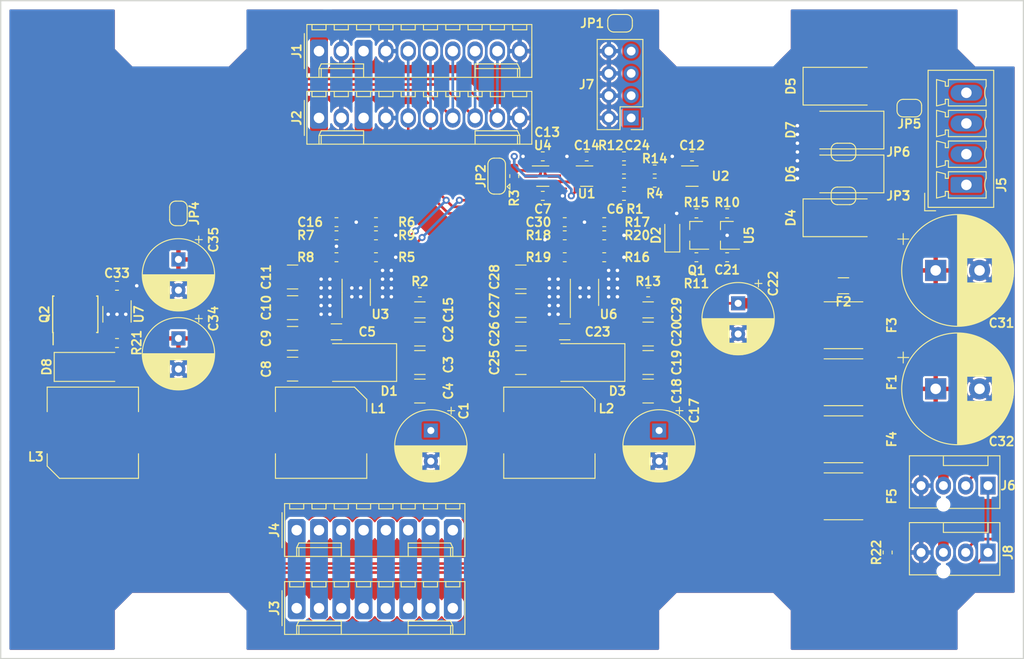
<source format=kicad_pcb>
(kicad_pcb (version 20171130) (host pcbnew "(5.1.5)-3")
  (title_block (title "Auxilliary Regulators for the Digital Section") (date 2019-12-27) (rev 0) (comment 3 "Repository: https://github.com/void-error/MTE_REG-D_HW") (comment 4 "License: TAPR Open Hardware License - https://www.tapr.org/ohl"))
  (layers (0 F.Cu signal) (31 B.Cu signal) (34 B.Paste user hide) (35 F.Paste user hide) (36 B.SilkS user) (37 F.SilkS user) (38 B.Mask user) (39 F.Mask user hide) (44 Edge.Cuts user))
  (net 0 "")
  (net 1 "Net-(C1-Pad1)")
  (net 2 DGND)
  (net 3 "Net-(C24-Pad1)")
  (net 4 +12V)
  (net 5 "Net-(D5-Pad2)")
  (net 6 "Net-(F4-Pad2)")
  (net 7 /SYNC)
  (net 8 /PWM)
  (net 9 /RPM0)
  (net 10 /RPM1)
  (net 11 /PG)
  (net 12 "Net-(R19-Pad1)")
  (net 13 "Net-(R21-Pad1)")
  (net 14 +V)
  (net 15 "Net-(C15-Pad1)")
  (net 16 "Net-(C24-Pad2)")
  (net 17 "Net-(J3-Pad3)")
  (net 18 "Net-(C16-Pad1)")
  (net 19 +3V3D)
  (net 20 +5V0D)
  (net 21 "Net-(J3-Pad1)")
  (net 22 "Net-(J3-Pad2)")
  (net 23 "Net-(J3-Pad4)")
  (net 24 "Net-(J3-Pad5)")
  (net 25 "Net-(J3-Pad6)")
  (net 26 "Net-(J3-Pad7)")
  (net 27 "Net-(J3-Pad8)")
  (net 28 "Net-(C6-Pad1)")
  (net 29 "Net-(C22-Pad1)")
  (net 30 "Net-(F5-Pad2)")
  (net 31 "Net-(Q2-Pad4)")
  (net 32 "Net-(R16-Pad1)")
  (net 33 "Net-(R18-Pad1)")
  (net 34 "Net-(C5-Pad1)")
  (net 35 "Net-(C5-Pad2)")
  (net 36 "Net-(C6-Pad2)")
  (net 37 "Net-(C7-Pad1)")
  (net 38 "Net-(C17-Pad1)")
  (net 39 "Net-(C21-Pad1)")
  (net 40 "Net-(C21-Pad2)")
  (net 41 "Net-(C23-Pad1)")
  (net 42 "Net-(C23-Pad2)")
  (net 43 "Net-(C29-Pad1)")
  (net 44 "Net-(C30-Pad1)")
  (net 45 "Net-(D4-Pad2)")
  (net 46 "Net-(D8-Pad1)")
  (net 47 "Net-(J5-Pad3)")
  (net 48 "Net-(JP2-Pad3)")
  (net 49 "Net-(R4-Pad1)")
  (net 50 "Net-(R5-Pad1)")
  (net 51 "Net-(R6-Pad2)")
  (net 52 "Net-(R7-Pad1)")
  (net 53 "Net-(R8-Pad1)")
  (net 54 "Net-(R14-Pad1)")
  (net 55 "Net-(R17-Pad2)")
  (net 56 "Net-(C34-Pad1)")
  (net 57 "Net-(U1-Pad1)")
  (module Inductor_SMD:L_Wuerth_WE-PDF_Handsoldering (layer F.Cu) (at 139 91.75)
    (fp_text reference L3 (at -6.5 2.75 180) (layer F.SilkS) (effects (font (thickness 0.2))))
    (fp_text value 100u)
    (pad 2 smd rect (at 5.1 0) (size 4.4 3.4) (layers F.Cu F.Paste F.Mask) (net 56 "Net-(C34-Pad1)"))
    (pad 1 smd rect (at -5.1 0) (size 4.4 3.4) (layers F.Cu F.Paste F.Mask) (net 46 "Net-(D8-Pad1)"))
  )
  (module Capacitor_SMD:C_0603_1608Metric_Pad1.05x0.95mm_HandSolder (layer F.Cu) (at 199.5 61.75 180)
    (fp_text reference C24 (at -1.5 2.75 180) (layer F.SilkS) (effects (font (thickness 0.2))))
    (fp_text value 10n)
    (pad 2 smd roundrect (at 0.875 0 180) (size 1.05 0.95) (layers F.Cu F.Paste F.Mask) (net 16 "Net-(C24-Pad2)"))
    (pad 1 smd roundrect (at -0.875 0 180) (size 1.05 0.95) (layers F.Cu F.Paste F.Mask) (net 3 "Net-(C24-Pad1)"))
  )
  (module Connector_Molex:Molex_KK-254_AE-6410-10A_1x10_P2.54mm_Vertical (layer F.Cu) (at 164.76 55.87)
    (fp_text reference J2 (at -2.54 0 90) (layer F.SilkS) (effects (font (thickness 0.2))))
    (fp_text value Conn_01x10)
    (pad 10 thru_hole oval (at 22.86 0) (size 1.74 2.2) (drill 1.2) (layers *.Cu *.Mask) (net 2 DGND))
    (pad 9 thru_hole oval (at 20.32 0) (size 1.74 2.2) (drill 1.2) (layers *.Cu *.Mask) (net 10 /RPM1))
    (pad 8 thru_hole oval (at 17.78 0) (size 1.74 2.2) (drill 1.2) (layers *.Cu *.Mask) (net 9 /RPM0))
    (pad 7 thru_hole oval (at 15.24 0) (size 1.74 2.2) (drill 1.2) (layers *.Cu *.Mask) (net 8 /PWM))
    (pad 6 thru_hole oval (at 12.7 0) (size 1.74 2.2) (drill 1.2) (layers *.Cu *.Mask) (net 7 /SYNC))
    (pad 5 thru_hole oval (at 10.16 0) (size 1.74 2.2) (drill 1.2) (layers *.Cu *.Mask) (net 11 /PG))
    (pad 4 thru_hole oval (at 7.62 0) (size 1.74 2.2) (drill 1.2) (layers *.Cu *.Mask) (net 2 DGND))
    (pad 3 thru_hole oval (at 5.08 0) (size 1.74 2.2) (drill 1.2) (layers *.Cu *.Mask) (net 20 +5V0D))
    (pad 2 thru_hole oval (at 2.54 0) (size 1.74 2.2) (drill 1.2) (layers *.Cu *.Mask) (net 2 DGND))
    (pad 1 thru_hole roundrect (at 0 0) (size 1.74 2.2) (drill 1.2) (layers *.Cu *.Mask) (roundrect_rratio 0.143678) (net 4 +12V))
  )
  (module Connector_PinHeader_2.54mm:PinHeader_2x04_P2.54mm_Vertical (layer F.Cu) (at 200.32 55.87 180)
    (fp_text reference J7 (at 5.08 3.81) (layer F.SilkS) (effects (font (thickness 0.2))))
    (fp_text value Conn_02x04_Odd_Even)
    (pad 1 thru_hole rect (at 0 0 180) (size 1.7 1.7) (drill 1) (layers *.Cu *.Mask) (net 14 +V))
    (pad 2 thru_hole oval (at 2.54 0 180) (size 1.7 1.7) (drill 1) (layers *.Cu *.Mask) (net 2 DGND))
    (pad 3 thru_hole oval (at 0 2.54 180) (size 1.7 1.7) (drill 1) (layers *.Cu *.Mask) (net 14 +V))
    (pad 4 thru_hole oval (at 2.54 2.54 180) (size 1.7 1.7) (drill 1) (layers *.Cu *.Mask) (net 2 DGND))
    (pad 5 thru_hole oval (at 0 5.08 180) (size 1.7 1.7) (drill 1) (layers *.Cu *.Mask) (net 14 +V))
    (pad 6 thru_hole oval (at 2.54 5.08 180) (size 1.7 1.7) (drill 1) (layers *.Cu *.Mask) (net 2 DGND))
    (pad 7 thru_hole oval (at 0 7.62 180) (size 1.7 1.7) (drill 1) (layers *.Cu *.Mask) (net 14 +V))
    (pad 8 thru_hole oval (at 2.54 7.62 180) (size 1.7 1.7) (drill 1) (layers *.Cu *.Mask) (net 2 DGND))
  )
  (module Fuse:Fuse_2920_7451Metric_Pad2.10x5.45mm_HandSolder (layer F.Cu) (at 224.5 79.5)
    (fp_text reference F3 (at 5.5 0 90) (layer F.SilkS) (effects (font (thickness 0.2))))
    (fp_text value SL185-33)
    (pad 2 smd roundrect (at 3.475 0) (size 2.1 5.45) (layers F.Cu F.Paste F.Mask) (roundrect_rratio 0.119048) (net 14 +V))
    (pad 1 smd roundrect (at -3.475 0) (size 2.1 5.45) (layers F.Cu F.Paste F.Mask) (roundrect_rratio 0.119048) (net 38 "Net-(C17-Pad1)"))
  )
  (module Fuse:Fuse_2920_7451Metric_Pad2.10x5.45mm_HandSolder (layer F.Cu) (at 224.5 86)
    (fp_text reference F1 (at 5.5 0 90) (layer F.SilkS) (effects (font (thickness 0.2))))
    (fp_text value SL185-33)
    (pad 2 smd roundrect (at 3.475 0) (size 2.1 5.45) (layers F.Cu F.Paste F.Mask) (roundrect_rratio 0.119048) (net 14 +V))
    (pad 1 smd roundrect (at -3.475 0) (size 2.1 5.45) (layers F.Cu F.Paste F.Mask) (roundrect_rratio 0.119048) (net 1 "Net-(C1-Pad1)"))
  )
  (module Connector_Phoenix_MC:PhoenixContact_MCV_1,5_4-G-3.5_1x04_P3.50mm_Vertical (layer F.Cu) (at 238.5 63.5 90)
    (fp_text reference J5 (at 0 4 90) (layer F.SilkS) (effects (font (thickness 0.2))))
    (fp_text value Conn_01x04)
    (pad 4 thru_hole oval (at 10.5 0 90) (size 1.8 3.6) (drill 1.2) (layers *.Cu *.Mask) (net 47 "Net-(J5-Pad3)"))
    (pad 3 thru_hole oval (at 7 0 90) (size 1.8 3.6) (drill 1.2) (layers *.Cu *.Mask) (net 47 "Net-(J5-Pad3)"))
    (pad 2 thru_hole oval (at 3.5 0 90) (size 1.8 3.6) (drill 1.2) (layers *.Cu *.Mask) (net 5 "Net-(D5-Pad2)"))
    (pad 1 thru_hole roundrect (at 0 0 90) (size 1.8 3.6) (drill 1.2) (layers *.Cu *.Mask) (roundrect_rratio 0.138889) (net 45 "Net-(D4-Pad2)"))
  )
  (module Capacitor_THT:CP_Radial_D12.5mm_P5.00mm (layer F.Cu) (at 235 86.75)
    (fp_text reference C32 (at 7.5 6) (layer F.SilkS) (effects (font (thickness 0.2))))
    (fp_text value 1000u)
    (pad 2 thru_hole circle (at 5 0) (size 2.4 2.4) (drill 1.2) (layers *.Cu *.Mask) (net 2 DGND))
    (pad 1 thru_hole rect (at 0 0) (size 2.4 2.4) (drill 1.2) (layers *.Cu *.Mask) (net 14 +V))
  )
  (module Capacitor_THT:CP_Radial_D12.5mm_P5.00mm (layer F.Cu) (at 235 73.25)
    (fp_text reference C31 (at 7.5 6) (layer F.SilkS) (effects (font (thickness 0.2))))
    (fp_text value 1000u)
    (pad 2 thru_hole circle (at 5 0) (size 2.4 2.4) (drill 1.2) (layers *.Cu *.Mask) (net 2 DGND))
    (pad 1 thru_hole rect (at 0 0) (size 2.4 2.4) (drill 1.2) (layers *.Cu *.Mask) (net 14 +V))
  )
  (module MountingHole:MountingHole_3.2mm_M3 (layer F.Cu) (at 145 46.5)
    (fp_text reference MK10 hide)
    (fp_text value Mounting_Hole)
    (pad 1 np_thru_hole circle (at 0 0) (size 3.2 3.2) (drill 3.2) (layers *.Cu *.Mask))
  )
  (module MountingHole:MountingHole_3.2mm_M3 (layer F.Cu) (at 153 46.5)
    (fp_text reference MK9 hide)
    (fp_text value Mounting_Hole)
    (pad 1 np_thru_hole circle (at 0 0) (size 3.2 3.2) (drill 3.2) (layers *.Cu *.Mask))
  )
  (module MountingHole:MountingHole_3.2mm_M3 (layer F.Cu) (at 207 46.5)
    (fp_text reference MK8 hide)
    (fp_text value Mounting_Hole)
    (pad 1 np_thru_hole circle (at 0 0) (size 3.2 3.2) (drill 3.2) (layers *.Cu *.Mask))
  )
  (module MountingHole:MountingHole_3.2mm_M3 (layer F.Cu) (at 215 46.5)
    (fp_text reference MK7 hide)
    (fp_text value Mounting_Hole)
    (pad 1 np_thru_hole circle (at 0 0) (size 3.2 3.2) (drill 3.2) (layers *.Cu *.Mask))
  )
  (module Fuse:Fuse_2920_7451Metric_Pad2.10x5.45mm_HandSolder (layer F.Cu) (at 224.5 99)
    (fp_text reference F5 (at 5.5 0 270) (layer F.SilkS) (effects (font (thickness 0.2))))
    (fp_text value SL075-33)
    (pad 1 smd roundrect (at -3.475 0) (size 2.1 5.45) (layers F.Cu F.Paste F.Mask) (roundrect_rratio 0.119048) (net 56 "Net-(C34-Pad1)"))
    (pad 2 smd roundrect (at 3.475 0) (size 2.1 5.45) (layers F.Cu F.Paste F.Mask) (roundrect_rratio 0.119048) (net 30 "Net-(F5-Pad2)"))
  )
  (module Fuse:Fuse_2920_7451Metric_Pad2.10x5.45mm_HandSolder (layer F.Cu) (at 224.5 92.5)
    (fp_text reference F4 (at 5.5 0 270) (layer F.SilkS) (effects (font (thickness 0.2))))
    (fp_text value SL075-33)
    (pad 1 smd roundrect (at -3.475 0) (size 2.1 5.45) (layers F.Cu F.Paste F.Mask) (roundrect_rratio 0.119048) (net 56 "Net-(C34-Pad1)"))
    (pad 2 smd roundrect (at 3.475 0) (size 2.1 5.45) (layers F.Cu F.Paste F.Mask) (roundrect_rratio 0.119048) (net 6 "Net-(F4-Pad2)"))
  )
  (module Fuse:Fuse_1206_3216Metric_Pad1.42x1.75mm_HandSolder (layer F.Cu) (at 224.5 75 180)
    (fp_text reference F2 (at 0 -1.82 180) (layer F.SilkS) (effects (font (thickness 0.2))))
    (fp_text value SN005-60)
    (pad 2 smd roundrect (at 1.4875 0 180) (size 1.425 1.75) (layers F.Cu F.Paste F.Mask) (roundrect_rratio 0.175439) (net 29 "Net-(C22-Pad1)"))
    (pad 1 smd roundrect (at -1.4875 0 180) (size 1.425 1.75) (layers F.Cu F.Paste F.Mask) (roundrect_rratio 0.175439) (net 14 +V))
  )
  (module Diode_SMD:D_SMB_Handsoldering (layer F.Cu) (at 224.5 62.25 180)
    (fp_text reference D6 (at 6 0 270) (layer F.SilkS) (effects (font (thickness 0.2))))
    (fp_text value SK55)
    (pad 1 smd rect (at -2.7 0 180) (size 3.5 2.3) (layers F.Cu F.Paste F.Mask) (net 45 "Net-(D4-Pad2)"))
    (pad 2 smd rect (at 2.7 0 180) (size 3.5 2.3) (layers F.Cu F.Paste F.Mask) (net 2 DGND))
  )
  (module Package_TO_SOT_SMD:SOT-23 (layer F.Cu) (at 207.75 69.25 180)
    (fp_text reference Q1 (at 0 -4) (layer F.SilkS) (effects (font (thickness 0.2))))
    (fp_text value BC847)
    (pad 1 smd rect (at -1 -0.95 180) (size 0.9 0.8) (layers F.Cu F.Paste F.Mask) (net 40 "Net-(C21-Pad2)"))
    (pad 2 smd rect (at -1 0.95 180) (size 0.9 0.8) (layers F.Cu F.Paste F.Mask) (net 19 +3V3D))
    (pad 3 smd rect (at 1 0 180) (size 0.9 0.8) (layers F.Cu F.Paste F.Mask) (net 29 "Net-(C22-Pad1)"))
  )
  (module Inductor_SMD:L_Wuerth_WE-PDF_Handsoldering (layer F.Cu) (at 165 91.75 180)
    (fp_text reference L1 (at -6.5 2.75 180) (layer F.SilkS) (effects (font (thickness 0.2))))
    (fp_text value 10u)
    (pad 1 smd rect (at -5.1 0 180) (size 4.4 3.4) (layers F.Cu F.Paste F.Mask) (net 34 "Net-(C5-Pad1)"))
    (pad 2 smd rect (at 5.1 0 180) (size 4.4 3.4) (layers F.Cu F.Paste F.Mask) (net 4 +12V))
  )
  (module Capacitor_SMD:C_0603_1608Metric_Pad1.05x0.95mm_HandSolder (layer F.Cu) (at 199.5 63.262 180)
    (fp_text reference C6 (at 1 -2.988 180) (layer F.SilkS) (effects (font (thickness 0.2))))
    (fp_text value 10n)
    (pad 2 smd roundrect (at 0.875 0 180) (size 1.05 0.95) (layers F.Cu F.Paste F.Mask) (net 36 "Net-(C6-Pad2)"))
    (pad 1 smd roundrect (at -0.875 0 180) (size 1.05 0.95) (layers F.Cu F.Paste F.Mask) (net 28 "Net-(C6-Pad1)"))
  )
  (module Capacitor_SMD:C_0603_1608Metric_Pad1.05x0.95mm_HandSolder (layer F.Cu) (at 190.25 64.75)
    (fp_text reference C7 (at 0 1.5) (layer F.SilkS) (effects (font (thickness 0.2))))
    (fp_text value C)
    (pad 1 smd roundrect (at -0.875 0) (size 1.05 0.95) (layers F.Cu F.Paste F.Mask) (net 37 "Net-(C7-Pad1)"))
    (pad 2 smd roundrect (at 0.875 0) (size 1.05 0.95) (layers F.Cu F.Paste F.Mask) (net 2 DGND))
  )
  (module Capacitor_SMD:C_1210_3225Metric_Pad1.42x2.65mm_HandSolder (layer F.Cu) (at 187.75 80.5)
    (fp_text reference C26 (at -3 0 270) (layer F.SilkS) (effects (font (thickness 0.2))))
    (fp_text value 22u)
    (pad 2 smd roundrect (at 1.4875 0) (size 1.425 2.65) (layers F.Cu F.Paste F.Mask) (roundrect_rratio 0.175) (net 2 DGND))
    (pad 1 smd roundrect (at -1.4875 0) (size 1.425 2.65) (layers F.Cu F.Paste F.Mask) (roundrect_rratio 0.175439) (net 20 +5V0D))
  )
  (module Diode_SMD:D_SMB_Handsoldering (layer F.Cu) (at 169 83.75 180)
    (fp_text reference D1 (at -3.75 -3.25) (layer F.SilkS) (effects (font (thickness 0.2))))
    (fp_text value SK55)
    (pad 1 smd rect (at -2.7 0 180) (size 3.5 2.3) (layers F.Cu F.Paste F.Mask) (net 34 "Net-(C5-Pad1)"))
    (pad 2 smd rect (at 2.7 0 180) (size 3.5 2.3) (layers F.Cu F.Paste F.Mask) (net 2 DGND))
  )
  (module Diode_SMD:D_SMB_Handsoldering (layer F.Cu) (at 195 83.75 180)
    (fp_text reference D3 (at -3.75 -3.25) (layer F.SilkS) (effects (font (thickness 0.2))))
    (fp_text value SK55)
    (pad 1 smd rect (at -2.7 0 180) (size 3.5 2.3) (layers F.Cu F.Paste F.Mask) (net 41 "Net-(C23-Pad1)"))
    (pad 2 smd rect (at 2.7 0 180) (size 3.5 2.3) (layers F.Cu F.Paste F.Mask) (net 2 DGND))
  )
  (module Diode_SMD:D_SMB_Handsoldering (layer F.Cu) (at 224.5 67.25)
    (fp_text reference D4 (at -6 0 270) (layer F.SilkS) (effects (font (thickness 0.2))))
    (fp_text value SK55)
    (pad 2 smd rect (at 2.7 0) (size 3.5 2.3) (layers F.Cu F.Paste F.Mask) (net 45 "Net-(D4-Pad2)"))
    (pad 1 smd rect (at -2.7 0) (size 3.5 2.3) (layers F.Cu F.Paste F.Mask) (net 14 +V))
  )
  (module Diode_SMD:D_SMB_Handsoldering (layer F.Cu) (at 224.5 57.25 180)
    (fp_text reference D7 (at 6 0 90) (layer F.SilkS) (effects (font (thickness 0.2))))
    (fp_text value SK55)
    (pad 2 smd rect (at 2.7 0 180) (size 3.5 2.3) (layers F.Cu F.Paste F.Mask) (net 2 DGND))
    (pad 1 smd rect (at -2.7 0 180) (size 3.5 2.3) (layers F.Cu F.Paste F.Mask) (net 5 "Net-(D5-Pad2)"))
  )
  (module Jumper:SolderJumper-2_P1.3mm_Open_RoundedPad1.0x1.5mm (layer F.Cu) (at 199.05 45.075)
    (fp_text reference JP1 (at -3.175 0 -180) (layer F.SilkS) (effects (font (thickness 0.2))))
    (fp_text value GS2)
    (pad 1 smd custom (at -0.65 0) (size 1 0.5) (layers F.Cu F.Mask) (net 4 +12V) (options (clearance outline) (anchor rect)) (primitives (gr_circle (center 0 0.25) (end 0.5 0.25) (width 0)) (gr_circle (center 0 -0.25) (end 0.5 -0.25) (width 0)) (gr_poly (pts (xy 0 -0.75) (xy 0.5 -0.75) (xy 0.5 0.75) (xy 0 0.75)) (width 0))))
    (pad 2 smd custom (at 0.65 0) (size 1 0.5) (layers F.Cu F.Mask) (net 14 +V) (options (clearance outline) (anchor rect)) (primitives (gr_circle (center 0 0.25) (end 0.5 0.25) (width 0)) (gr_circle (center 0 -0.25) (end 0.5 -0.25) (width 0)) (gr_poly (pts (xy 0 -0.75) (xy -0.5 -0.75) (xy -0.5 0.75) (xy 0 0.75)) (width 0))))
  )
  (module Jumper:SolderJumper-2_P1.3mm_Open_RoundedPad1.0x1.5mm (layer F.Cu) (at 224.5 64.75)
    (fp_text reference JP3 (at 6.25 0) (layer F.SilkS) (effects (font (thickness 0.2))))
    (fp_text value GS2)
    (pad 1 smd custom (at -0.65 0) (size 1 0.5) (layers F.Cu F.Mask) (net 14 +V) (options (clearance outline) (anchor rect)) (primitives (gr_circle (center 0 0.25) (end 0.5 0.25) (width 0)) (gr_circle (center 0 -0.25) (end 0.5 -0.25) (width 0)) (gr_poly (pts (xy 0 -0.75) (xy 0.5 -0.75) (xy 0.5 0.75) (xy 0 0.75)) (width 0))))
    (pad 2 smd custom (at 0.65 0) (size 1 0.5) (layers F.Cu F.Mask) (net 45 "Net-(D4-Pad2)") (options (clearance outline) (anchor rect)) (primitives (gr_circle (center 0 0.25) (end 0.5 0.25) (width 0)) (gr_circle (center 0 -0.25) (end 0.5 -0.25) (width 0)) (gr_poly (pts (xy 0 -0.75) (xy -0.5 -0.75) (xy -0.5 0.75) (xy 0 0.75)) (width 0))))
  )
  (module Connector_Molex:Molex_KK-254_AE-6410-08A_1x08_P2.54mm_Vertical (layer F.Cu) (at 162.22 111.75)
    (fp_text reference J3 (at -2.54 0 90) (layer F.SilkS) (effects (font (thickness 0.2))))
    (fp_text value Conn_01x08)
    (pad 1 thru_hole roundrect (at 0 0) (size 1.74 2.2) (drill 1.2) (layers *.Cu *.Mask) (roundrect_rratio 0.143678) (net 21 "Net-(J3-Pad1)"))
    (pad 2 thru_hole oval (at 2.54 0) (size 1.74 2.2) (drill 1.2) (layers *.Cu *.Mask) (net 22 "Net-(J3-Pad2)"))
    (pad 3 thru_hole oval (at 5.08 0) (size 1.74 2.2) (drill 1.2) (layers *.Cu *.Mask) (net 17 "Net-(J3-Pad3)"))
    (pad 4 thru_hole oval (at 7.62 0) (size 1.74 2.2) (drill 1.2) (layers *.Cu *.Mask) (net 23 "Net-(J3-Pad4)"))
    (pad 5 thru_hole oval (at 10.16 0) (size 1.74 2.2) (drill 1.2) (layers *.Cu *.Mask) (net 24 "Net-(J3-Pad5)"))
    (pad 6 thru_hole oval (at 12.7 0) (size 1.74 2.2) (drill 1.2) (layers *.Cu *.Mask) (net 25 "Net-(J3-Pad6)"))
    (pad 7 thru_hole oval (at 15.24 0) (size 1.74 2.2) (drill 1.2) (layers *.Cu *.Mask) (net 26 "Net-(J3-Pad7)"))
    (pad 8 thru_hole oval (at 17.78 0) (size 1.74 2.2) (drill 1.2) (layers *.Cu *.Mask) (net 27 "Net-(J3-Pad8)"))
  )
  (module Connector:FanPinHeader_1x04_P2.54mm_Vertical (layer F.Cu) (at 240.96 105.4 180)
    (fp_text reference J8 (at -2.286 0 90) (layer F.SilkS) (effects (font (thickness 0.2))))
    (fp_text value "Fan Connector")
    (pad "" np_thru_hole circle (at 5.08 -2.16 270) (size 1.1 1.1) (drill 1.1) (layers *.Cu *.Mask))
    (pad 4 thru_hole oval (at 7.62 0 270) (size 2.03 1.73) (drill 1.02) (layers *.Cu *.Mask) (net 2 DGND))
    (pad 3 thru_hole oval (at 5.08 0 270) (size 2.03 1.73) (drill 1.02) (layers *.Cu *.Mask) (net 30 "Net-(F5-Pad2)"))
    (pad 2 thru_hole oval (at 2.54 0 270) (size 2.03 1.73) (drill 1.02) (layers *.Cu *.Mask) (net 9 /RPM0))
    (pad 1 thru_hole rect (at 0 0 270) (size 2.03 1.73) (drill 1.02) (layers *.Cu *.Mask) (net 8 /PWM))
  )
  (module Jumper:SolderJumper-2_P1.3mm_Open_RoundedPad1.0x1.5mm (layer F.Cu) (at 224.5 59.75 180)
    (fp_text reference JP6 (at -6.25 0 180) (layer F.SilkS) (effects (font (thickness 0.2))))
    (fp_text value GS2)
    (pad 1 smd custom (at -0.65 0 180) (size 1 0.5) (layers F.Cu F.Mask) (net 5 "Net-(D5-Pad2)") (options (clearance outline) (anchor rect)) (primitives (gr_circle (center 0 0.25) (end 0.5 0.25) (width 0)) (gr_circle (center 0 -0.25) (end 0.5 -0.25) (width 0)) (gr_poly (pts (xy 0 -0.75) (xy 0.5 -0.75) (xy 0.5 0.75) (xy 0 0.75)) (width 0))))
    (pad 2 smd custom (at 0.65 0 180) (size 1 0.5) (layers F.Cu F.Mask) (net 2 DGND) (options (clearance outline) (anchor rect)) (primitives (gr_circle (center 0 0.25) (end 0.5 0.25) (width 0)) (gr_circle (center 0 -0.25) (end 0.5 -0.25) (width 0)) (gr_poly (pts (xy 0 -0.75) (xy -0.5 -0.75) (xy -0.5 0.75) (xy 0 0.75)) (width 0))))
  )
  (module Jumper:SolderJumper-2_P1.3mm_Open_RoundedPad1.0x1.5mm (layer F.Cu) (at 232 54.75 180)
    (fp_text reference JP5 (at 0 -1.8) (layer F.SilkS) (effects (font (thickness 0.2))))
    (fp_text value GS2)
    (pad 2 smd custom (at 0.65 0 180) (size 1 0.5) (layers F.Cu F.Mask) (net 2 DGND) (options (clearance outline) (anchor rect)) (primitives (gr_circle (center 0 0.25) (end 0.5 0.25) (width 0)) (gr_circle (center 0 -0.25) (end 0.5 -0.25) (width 0)) (gr_poly (pts (xy 0 -0.75) (xy -0.5 -0.75) (xy -0.5 0.75) (xy 0 0.75)) (width 0))))
    (pad 1 smd custom (at -0.65 0 180) (size 1 0.5) (layers F.Cu F.Mask) (net 47 "Net-(J5-Pad3)") (options (clearance outline) (anchor rect)) (primitives (gr_circle (center 0 0.25) (end 0.5 0.25) (width 0)) (gr_circle (center 0 -0.25) (end 0.5 -0.25) (width 0)) (gr_poly (pts (xy 0 -0.75) (xy 0.5 -0.75) (xy 0.5 0.75) (xy 0 0.75)) (width 0))))
  )
  (module Symbol:OSHW-Symbol_6.7x6mm_Copper (layer F.Cu) (at 135 50)
    (fp_text reference LOGO1 hide)
    (fp_text value OSHW hide)
    (fp_poly (pts (xy 0.555814 -2.531069) (xy 0.639635 -2.086445) (xy 0.94892 -1.958947) (xy 1.258206 -1.831449) (xy 1.629246 -2.083754) (xy 1.733157 -2.154004) (xy 1.827087 -2.216728) (xy 1.906652 -2.269062) (xy 1.96747 -2.308143) (xy 2.005157 -2.331107) (xy 2.015421 -2.336058) (xy 2.03391 -2.323324) (xy 2.07342 -2.288118) (xy 2.129522 -2.234938) (xy 2.197787 -2.168282) (xy 2.273786 -2.092646) (xy 2.353092 -2.012528) (xy 2.431275 -1.932426) (xy 2.503907 -1.856836) (xy 2.566559 -1.790255) (xy 2.614803 -1.737182) (xy 2.64421 -1.702113) (xy 2.651241 -1.690377) (xy 2.641123 -1.66874) (xy 2.612759 -1.621338) (xy 2.569129 -1.552807) (xy 2.513218 -1.467785) (xy 2.448006 -1.370907) (xy 2.410219 -1.31565) (xy 2.341343 -1.214752) (xy 2.28014 -1.123701) (xy 2.229578 -1.04703) (xy 2.192628 -0.989272) (xy 2.172258 -0.954957) (xy 2.169197 -0.947746) (xy 2.176136 -0.927252) (xy 2.195051 -0.879487) (xy 2.223087 -0.811168) (xy 2.257391 -0.729011) (xy 2.295109 -0.63973) (xy 2.333387 -0.550042) (xy 2.36937 -0.466662) (xy 2.400206 -0.396306) (xy 2.423039 -0.34569) (xy 2.435017 -0.321529) (xy 2.435724 -0.320578) (xy 2.454531 -0.315964) (xy 2.504618 -0.305672) (xy 2.580793 -0.290713) (xy 2.677865 -0.272099) (xy 2.790643 -0.250841) (xy 2.856442 -0.238582) (xy 2.97695 -0.215638) (xy 3.085797 -0.193805) (xy 3.177476 -0.174278) (xy 3.246481 -0.158252) (xy 3.287304 -0.146921) (xy 3.295511 -0.143326) (xy 3.303548 -0.118994) (xy 3.310033 -0.064041) (xy 3.31497 0.015108) (xy 3.318364 0.112026) (xy 3.320218 0.220287) (xy 3.320538 0.333465) (xy 3.319327 0.445135) (xy 3.31659 0.548868) (xy 3.312331 0.638241) (xy 3.306555 0.706826) (xy 3.299267 0.748197) (xy 3.294895 0.75681) (xy 3.268764 0.767133) (xy 3.213393 0.781892) (xy 3.136107 0.799352) (xy 3.04423 0.81778) (xy 3.012158 0.823741) (xy 2.857524 0.852066) (xy 2.735375 0.874876) (xy 2.641673 0.89308) (xy 2.572384 0.907583) (xy 2.523471 0.919292) (xy 2.490897 0.929115) (xy 2.470628 0.937956) (xy 2.458626 0.946724) (xy 2.456947 0.948457) (xy 2.440184 0.976371) (xy 2.414614 1.030695) (xy 2.382788 1.104777) (xy 2.34726 1.191965) (xy 2.310583 1.285608) (xy 2.275311 1.379052) (xy 2.243996 1.465647) (xy 2.219193 1.53874) (xy 2.203454 1.591678) (xy 2.199332 1.617811) (xy 2.199676 1.618726) (xy 2.213641 1.640086) (xy 2.245322 1.687084) (xy 2.291391 1.754827) (xy 2.348518 1.838423) (xy 2.413373 1.932982) (xy 2.431843 1.959854) (xy 2.497699 2.057275) (xy 2.55565 2.146163) (xy 2.602538 2.221412) (xy 2.635207 2.27792) (xy 2.6505 2.310581) (xy 2.651241 2.314593) (xy 2.638392 2.335684) (xy 2.602888 2.377464) (xy 2.549293 2.435445) (xy 2.482171 2.505135) (xy 2.406087 2.582045) (xy 2.325604 2.661683) (xy 2.245287 2.739561) (xy 2.169699 2.811186) (xy 2.103405 2.87207) (xy 2.050969 2.917721) (xy 2.016955 2.94365) (xy 2.007545 2.947883) (xy 1.985643 2.937912) (xy 1.9408 2.91102) (xy 1.880321 2.871736) (xy 1.833789 2.840117) (xy 1.749475 2.782098) (xy 1.649626 2.713784) (xy 1.549473 2.645579) (xy 1.495627 2.609075) (xy 1.313371 2.4858) (xy 1.160381 2.56852) (xy 1.090682 2.604759) (xy 1.031414 2.632926) (xy 0.991311 2.648991) (xy 0.981103 2.651226) (xy 0.968829 2.634722) (xy 0.944613 2.588082) (xy 0.910263 2.515609) (xy 0.867588 2.421606) (xy 0.818394 2.310374) (xy 0.76449 2.186215) (xy 0.707684 2.053432) (xy 0.649782 1.916327) (xy 0.592593 1.779202) (xy 0.537924 1.646358) (xy 0.487584 1.522098) (xy 0.44338 1.410725) (xy 0.407119 1.316539) (xy 0.380609 1.243844) (xy 0.365658 1.196941) (xy 0.363254 1.180833) (xy 0.382311 1.160286) (xy 0.424036 1.126933) (xy 0.479706 1.087702) (xy 0.484378 1.084599) (xy 0.628264 0.969423) (xy 0.744283 0.835053) (xy 0.83143 0.685784) (xy 0.888699 0.525913) (xy 0.915086 0.359737) (xy 0.909585 0.191552) (xy 0.87119 0.025655) (xy 0.798895 -0.133658) (xy 0.777626 -0.168513) (xy 0.666996 -0.309263) (xy 0.536302 -0.422286) (xy 0.390064 -0.506997) (xy 0.232808 -0.562806) (xy 0.069057 -0.589126) (xy -0.096667 -0.58537) (xy -0.259838 -0.55095) (xy -0.415935 -0.485277) (xy -0.560433 -0.387765) (xy -0.605131 -0.348187) (xy -0.718888 -0.224297) (xy -0.801782 -0.093876) (xy -0.858644 0.052315) (xy -0.890313 0.197088) (xy -0.898131 0.35986) (xy -0.872062 0.52344) (xy -0.814755 0.682298) (xy -0.728856 0.830906) (xy -0.617014 0.963735) (xy -0.481877 1.075256) (xy -0.464117 1.087011) (xy -0.40785 1.125508) (xy -0.365077 1.158863) (xy -0.344628 1.18016) (xy -0.344331 1.180833) (xy -0.348721 1.203871) (xy -0.366124 1.256157) (xy -0.394732 1.33339) (xy -0.432735 1.431268) (xy -0.478326 1.545491) (xy -0.529697 1.671758) (xy -0.585038 1.805767) (xy -0.642542 1.943218) (xy -0.700399 2.079808) (xy -0.756802 2.211237) (xy -0.809942 2.333205) (xy -0.85801 2.441409) (xy -0.899199 2.531549) (xy -0.931699 2.599323) (xy -0.953703 2.64043) (xy -0.962564 2.651226) (xy -0.98964 2.642819) (xy -1.040303 2.620272) (xy -1.105817 2.587613) (xy -1.141841 2.56852) (xy -1.294832 2.4858) (xy -1.477088 2.609075) (xy -1.570125 2.672228) (xy -1.671985 2.741727) (xy -1.767438 2.807165) (xy -1.81525 2.840117) (xy -1.882495 2.885273) (xy -1.939436 2.921057) (xy -1.978646 2.942938) (xy -1.991381 2.947563) (xy -2.009917 2.935085) (xy -2.050941 2.900252) (xy -2.110475 2.846678) (xy -2.184542 2.777983) (xy -2.269165 2.697781) (xy -2.322685 2.646286) (xy -2.416319 2.554286) (xy -2.497241 2.471999) (xy -2.562177 2.402945) (xy -2.607858 2.350644) (xy -2.631011 2.318616) (xy -2.633232 2.312116) (xy -2.622924 2.287394) (xy -2.594439 2.237405) (xy -2.550937 2.167212) (xy -2.495577 2.081875) (xy -2.43152 1.986456) (xy -2.413303 1.959854) (xy -2.346927 1.863167) (xy -2.287378 1.776117) (xy -2.237984 1.703595) (xy -2.202075 1.650493) (xy -2.182981 1.621703) (xy -2.181136 1.618726) (xy -2.183895 1.595782) (xy -2.198538 1.545336) (xy -2.222513 1.474041) (xy -2.253266 1.388547) (xy -2.288244 1.295507) (xy -2.324893 1.201574) (xy -2.360661 1.113399) (xy -2.392994 1.037634) (xy -2.419338 0.980931) (xy -2.437142 0.949943) (xy -2.438407 0.948457) (xy -2.449294 0.939601) (xy -2.467682 0.930843) (xy -2.497606 0.921277) (xy -2.543103 0.909996) (xy -2.608209 0.896093) (xy -2.696961 0.878663) (xy -2.813393 0.856798) (xy -2.961542 0.829591) (xy -2.993618 0.823741) (xy -3.088686 0.805374) (xy -3.171565 0.787405) (xy -3.23493 0.771569) (xy -3.271458 0.7596) (xy -3.276356 0.75681) (xy -3.284427 0.732072) (xy -3.290987 0.67679) (xy -3.296033 0.597389) (xy -3.299559 0.500296) (xy -3.301561 0.391938) (xy -3.302036 0.27874) (xy -3.300977 0.167128) (xy -3.298382 0.063529) (xy -3.294246 -0.025632) (xy -3.288563 -0.093928) (xy -3.281331 -0.134934) (xy -3.276971 -0.143326) (xy -3.252698 -0.151792) (xy -3.197426 -0.165565) (xy -3.116662 -0.18345) (xy -3.015912 -0.204252) (xy -2.900683 -0.226777) (xy -2.837902 -0.238582) (xy -2.718787 -0.260849) (xy -2.612565 -0.281021) (xy -2.524427 -0.298085) (xy -2.459566 -0.311031) (xy -2.423174 -0.318845) (xy -2.417184 -0.320578) (xy -2.407061 -0.34011) (xy -2.385662 -0.387157) (xy -2.355839 -0.454997) (xy -2.320445 -0.536909) (xy -2.282332 -0.626172) (xy -2.244353 -0.716065) (xy -2.20936 -0.799865) (xy -2.180206 -0.870853) (xy -2.159743 -0.922306) (xy -2.150823 -0.947503) (xy -2.150657 -0.948604) (xy -2.160769 -0.968481) (xy -2.189117 -1.014223) (xy -2.232723 -1.081283) (xy -2.288606 -1.165116) (xy -2.353787 -1.261174) (xy -2.391679 -1.31635) (xy -2.460725 -1.417519) (xy -2.52205 -1.50937) (xy -2.572663 -1.587256) (xy -2.609571 -1.646531) (xy -2.629782 -1.682549) (xy -2.632701 -1.690623) (xy -2.620153 -1.709416) (xy -2.585463 -1.749543) (xy -2.533063 -1.806507) (xy -2.467384 -1.875815) (xy -2.392856 -1.952969) (xy -2.313913 -2.033475) (xy -2.234983 -2.112837) (xy -2.1605 -2.18656) (xy -2.094894 -2.250148) (xy -2.042596 -2.299106) (xy -2.008039 -2.328939) (xy -1.996478 -2.336058) (xy -1.977654 -2.326047) (xy -1.932631 -2.297922) (xy -1.865787 -2.254546) (xy -1.781499 -2.198782) (xy -1.684144 -2.133494) (xy -1.610707 -2.083754) (xy -1.239667 -1.831449) (xy -0.621095 -2.086445) (xy -0.537275 -2.531069) (xy -0.453454 -2.975693) (xy 0.471994 -2.975693) (xy 0.555814 -2.531069)) (layer F.Cu) (width 0.01))
  )
  (module MountingHole:MountingHole_3.2mm_M3 (layer F.Cu) (at 145 113.5)
    (fp_text reference MK1 hide)
    (fp_text value Mounting_Hole)
    (pad 1 np_thru_hole circle (at 0 0) (size 3.2 3.2) (drill 3.2) (layers *.Cu *.Mask))
  )
  (module MountingHole:MountingHole_3.2mm_M3 (layer F.Cu) (at 153 113.5)
    (fp_text reference MK2 hide)
    (fp_text value Mounting_Hole)
    (pad 1 np_thru_hole circle (at 0 0) (size 3.2 3.2) (drill 3.2) (layers *.Cu *.Mask))
  )
  (module MountingHole:MountingHole_3.2mm_M3 (layer F.Cu) (at 207 113.5)
    (fp_text reference MK3 hide)
    (fp_text value Mounting_Hole)
    (pad 1 np_thru_hole circle (at 0 0) (size 3.2 3.2) (drill 3.2) (layers *.Cu *.Mask))
  )
  (module MountingHole:MountingHole_3.2mm_M3 (layer F.Cu) (at 215 113.5)
    (fp_text reference MK4 hide)
    (fp_text value Mounting_Hole)
    (pad 1 np_thru_hole circle (at 0 0) (size 3.2 3.2) (drill 3.2) (layers *.Cu *.Mask))
  )
  (module Resistor_SMD:R_0603_1608Metric_Pad1.05x0.95mm_HandSolder (layer F.Cu) (at 199.5 64.75)
    (fp_text reference R1 (at 1.25 1.5) (layer F.SilkS) (effects (font (thickness 0.2))))
    (fp_text value 33k)
    (pad 1 smd roundrect (at -0.875 0) (size 1.05 0.95) (layers F.Cu F.Paste F.Mask) (net 19 +3V3D))
    (pad 2 smd roundrect (at 0.875 0) (size 1.05 0.95) (layers F.Cu F.Paste F.Mask) (net 28 "Net-(C6-Pad1)"))
  )
  (module Resistor_SMD:R_0603_1608Metric_Pad1.05x0.95mm_HandSolder (layer F.Cu) (at 176.25 75.75 180)
    (fp_text reference R2 (at 0 1.25 180) (layer F.SilkS) (effects (font (thickness 0.2))))
    (fp_text value 15k)
    (pad 2 smd roundrect (at 0.875 0 180) (size 1.05 0.95) (layers F.Cu F.Paste F.Mask) (net 15 "Net-(C15-Pad1)"))
    (pad 1 smd roundrect (at -0.875 0 180) (size 1.05 0.95) (layers F.Cu F.Paste F.Mask) (net 1 "Net-(C1-Pad1)"))
  )
  (module Resistor_SMD:R_0603_1608Metric_Pad1.05x0.95mm_HandSolder (layer F.Cu) (at 187 62.5 270)
    (fp_text reference R3 (at 2.5 0 90) (layer F.SilkS) (effects (font (thickness 0.2))))
    (fp_text value R)
    (pad 1 smd roundrect (at -0.875 0 270) (size 1.05 0.95) (layers F.Cu F.Paste F.Mask) (net 48 "Net-(JP2-Pad3)"))
    (pad 2 smd roundrect (at 0.875 0 270) (size 1.05 0.95) (layers F.Cu F.Paste F.Mask) (net 37 "Net-(C7-Pad1)"))
  )
  (module Resistor_SMD:R_0603_1608Metric_Pad1.05x0.95mm_HandSolder (layer F.Cu) (at 203 63.25 180)
    (fp_text reference R4 (at 0 -1.25 180) (layer F.SilkS) (effects (font (thickness 0.2))))
    (fp_text value 100R)
    (pad 2 smd roundrect (at 0.875 0 180) (size 1.05 0.95) (layers F.Cu F.Paste F.Mask) (net 28 "Net-(C6-Pad1)"))
    (pad 1 smd roundrect (at -0.875 0 180) (size 1.05 0.95) (layers F.Cu F.Paste F.Mask) (net 49 "Net-(R4-Pad1)"))
  )
  (module Resistor_SMD:R_0603_1608Metric_Pad1.05x0.95mm_HandSolder (layer F.Cu) (at 171.25 71.75)
    (fp_text reference R5 (at 3.5 0) (layer F.SilkS) (effects (font (thickness 0.2))))
    (fp_text value 33k)
    (pad 2 smd roundrect (at 0.875 0) (size 1.05 0.95) (layers F.Cu F.Paste F.Mask) (net 2 DGND))
    (pad 1 smd roundrect (at -0.875 0) (size 1.05 0.95) (layers F.Cu F.Paste F.Mask) (net 50 "Net-(R5-Pad1)"))
  )
  (module Resistor_SMD:R_0603_1608Metric_Pad1.05x0.95mm_HandSolder (layer F.Cu) (at 171.25 67.75 180)
    (fp_text reference R6 (at -3.5 0 180) (layer F.SilkS) (effects (font (thickness 0.2))))
    (fp_text value 470k)
    (pad 2 smd roundrect (at 0.875 0 180) (size 1.05 0.95) (layers F.Cu F.Paste F.Mask) (net 51 "Net-(R6-Pad2)"))
    (pad 1 smd roundrect (at -0.875 0 180) (size 1.05 0.95) (layers F.Cu F.Paste F.Mask) (net 4 +12V))
  )
  (module Resistor_SMD:R_0603_1608Metric_Pad1.05x0.95mm_HandSolder (layer F.Cu) (at 166.75 69.25 180)
    (fp_text reference R7 (at 3.5 0 180) (layer F.SilkS) (effects (font (thickness 0.2))))
    (fp_text value 18k)
    (pad 1 smd roundrect (at -0.875 0 180) (size 1.05 0.95) (layers F.Cu F.Paste F.Mask) (net 52 "Net-(R7-Pad1)"))
    (pad 2 smd roundrect (at 0.875 0 180) (size 1.05 0.95) (layers F.Cu F.Paste F.Mask) (net 18 "Net-(C16-Pad1)"))
  )
  (module Resistor_SMD:R_0603_1608Metric_Pad1.05x0.95mm_HandSolder (layer F.Cu) (at 166.75 71.75 180)
    (fp_text reference R8 (at 3.5 0 180) (layer F.SilkS) (effects (font (thickness 0.2))))
    (fp_text value 120k)
    (pad 2 smd roundrect (at 0.875 0 180) (size 1.05 0.95) (layers F.Cu F.Paste F.Mask) (net 2 DGND))
    (pad 1 smd roundrect (at -0.875 0 180) (size 1.05 0.95) (layers F.Cu F.Paste F.Mask) (net 53 "Net-(R8-Pad1)"))
  )
  (module Resistor_SMD:R_0603_1608Metric_Pad1.05x0.95mm_HandSolder (layer F.Cu) (at 207.75 71.75 180)
    (fp_text reference R11 (at 0 -3) (layer F.SilkS) (effects (font (thickness 0.2))))
    (fp_text value 33k)
    (pad 1 smd roundrect (at -0.875 0 180) (size 1.05 0.95) (layers F.Cu F.Paste F.Mask) (net 40 "Net-(C21-Pad2)"))
    (pad 2 smd roundrect (at 0.875 0 180) (size 1.05 0.95) (layers F.Cu F.Paste F.Mask) (net 29 "Net-(C22-Pad1)"))
  )
  (module Resistor_SMD:R_0603_1608Metric_Pad1.05x0.95mm_HandSolder (layer F.Cu) (at 171.25 69.25 180)
    (fp_text reference R9 (at -3.5 0) (layer F.SilkS) (effects (font (thickness 0.2))))
    (fp_text value 33k)
    (pad 2 smd roundrect (at 0.875 0 180) (size 1.05 0.95) (layers F.Cu F.Paste F.Mask) (net 51 "Net-(R6-Pad2)"))
    (pad 1 smd roundrect (at -0.875 0 180) (size 1.05 0.95) (layers F.Cu F.Paste F.Mask) (net 2 DGND))
  )
  (module Resistor_SMD:R_0603_1608Metric_Pad1.05x0.95mm_HandSolder (layer F.Cu) (at 211.25 66.75)
    (fp_text reference R10 (at 0 -1.25 180) (layer F.SilkS) (effects (font (thickness 0.2))))
    (fp_text value 3k3)
    (pad 1 smd roundrect (at -0.875 0) (size 1.05 0.95) (layers F.Cu F.Paste F.Mask) (net 19 +3V3D))
    (pad 2 smd roundrect (at 0.875 0) (size 1.05 0.95) (layers F.Cu F.Paste F.Mask) (net 39 "Net-(C21-Pad1)"))
  )
  (module Resistor_SMD:R_0603_1608Metric_Pad1.05x0.95mm_HandSolder (layer F.Cu) (at 202.998 61.75 180)
    (fp_text reference R14 (at -0.002 1.25 180) (layer F.SilkS) (effects (font (thickness 0.2))))
    (fp_text value 100R)
    (pad 1 smd roundrect (at -0.875 0 180) (size 1.05 0.95) (layers F.Cu F.Paste F.Mask) (net 54 "Net-(R14-Pad1)"))
    (pad 2 smd roundrect (at 0.875 0 180) (size 1.05 0.95) (layers F.Cu F.Paste F.Mask) (net 3 "Net-(C24-Pad1)"))
  )
  (module Resistor_SMD:R_0603_1608Metric_Pad1.05x0.95mm_HandSolder (layer F.Cu) (at 207.75 66.75 180)
    (fp_text reference R15 (at 0 1.25 180) (layer F.SilkS) (effects (font (thickness 0.2))))
    (fp_text value 10k)
    (pad 2 smd roundrect (at 0.875 0 180) (size 1.05 0.95) (layers F.Cu F.Paste F.Mask) (net 2 DGND))
    (pad 1 smd roundrect (at -0.875 0 180) (size 1.05 0.95) (layers F.Cu F.Paste F.Mask) (net 39 "Net-(C21-Pad1)"))
  )
  (module Resistor_SMD:R_0603_1608Metric_Pad1.05x0.95mm_HandSolder (layer F.Cu) (at 199.5 60.25)
    (fp_text reference R12 (at -1.5 -1.25 180) (layer F.SilkS) (effects (font (thickness 0.2))))
    (fp_text value 33k)
    (pad 1 smd roundrect (at -0.875 0) (size 1.05 0.95) (layers F.Cu F.Paste F.Mask) (net 19 +3V3D))
    (pad 2 smd roundrect (at 0.875 0) (size 1.05 0.95) (layers F.Cu F.Paste F.Mask) (net 3 "Net-(C24-Pad1)"))
  )
  (module Resistor_SMD:R_0603_1608Metric_Pad1.05x0.95mm_HandSolder (layer F.Cu) (at 202.25 75.75 180)
    (fp_text reference R13 (at 0 1.25 180) (layer F.SilkS) (effects (font (thickness 0.2))))
    (fp_text value 15k)
    (pad 1 smd roundrect (at -0.875 0 180) (size 1.05 0.95) (layers F.Cu F.Paste F.Mask) (net 38 "Net-(C17-Pad1)"))
    (pad 2 smd roundrect (at 0.875 0 180) (size 1.05 0.95) (layers F.Cu F.Paste F.Mask) (net 43 "Net-(C29-Pad1)"))
  )
  (module Resistor_SMD:R_0603_1608Metric_Pad1.05x0.95mm_HandSolder (layer F.Cu) (at 197.25 71.75)
    (fp_text reference R16 (at 3.75 0) (layer F.SilkS) (effects (font (thickness 0.2))))
    (fp_text value 33k)
    (pad 2 smd roundrect (at 0.875 0) (size 1.05 0.95) (layers F.Cu F.Paste F.Mask) (net 2 DGND))
    (pad 1 smd roundrect (at -0.875 0) (size 1.05 0.95) (layers F.Cu F.Paste F.Mask) (net 32 "Net-(R16-Pad1)"))
  )
  (module Resistor_SMD:R_0603_1608Metric_Pad1.05x0.95mm_HandSolder (layer F.Cu) (at 197.25 67.75 180)
    (fp_text reference R17 (at -3.75 0 180) (layer F.SilkS) (effects (font (thickness 0.2))))
    (fp_text value 150k)
    (pad 2 smd roundrect (at 0.875 0 180) (size 1.05 0.95) (layers F.Cu F.Paste F.Mask) (net 55 "Net-(R17-Pad2)"))
    (pad 1 smd roundrect (at -0.875 0 180) (size 1.05 0.95) (layers F.Cu F.Paste F.Mask) (net 20 +5V0D))
  )
  (module Resistor_SMD:R_0603_1608Metric_Pad1.05x0.95mm_HandSolder (layer F.Cu) (at 192.75 69.25 180)
    (fp_text reference R18 (at 3 0) (layer F.SilkS) (effects (font (thickness 0.2))))
    (fp_text value 15k)
    (pad 2 smd roundrect (at 0.875 0 180) (size 1.05 0.95) (layers F.Cu F.Paste F.Mask) (net 44 "Net-(C30-Pad1)"))
    (pad 1 smd roundrect (at -0.875 0 180) (size 1.05 0.95) (layers F.Cu F.Paste F.Mask) (net 33 "Net-(R18-Pad1)"))
  )
  (module Resistor_SMD:R_0603_1608Metric_Pad1.05x0.95mm_HandSolder (layer F.Cu) (at 192.75 71.75 180)
    (fp_text reference R19 (at 3 0 180) (layer F.SilkS) (effects (font (thickness 0.2))))
    (fp_text value 120k)
    (pad 1 smd roundrect (at -0.875 0 180) (size 1.05 0.95) (layers F.Cu F.Paste F.Mask) (net 12 "Net-(R19-Pad1)"))
    (pad 2 smd roundrect (at 0.875 0 180) (size 1.05 0.95) (layers F.Cu F.Paste F.Mask) (net 2 DGND))
  )
  (module Resistor_SMD:R_0603_1608Metric_Pad1.05x0.95mm_HandSolder (layer F.Cu) (at 197.25 69.25 180)
    (fp_text reference R20 (at -3.75 0 180) (layer F.SilkS) (effects (font (thickness 0.2))))
    (fp_text value 47k)
    (pad 2 smd roundrect (at 0.875 0 180) (size 1.05 0.95) (layers F.Cu F.Paste F.Mask) (net 55 "Net-(R17-Pad2)"))
    (pad 1 smd roundrect (at -0.875 0 180) (size 1.05 0.95) (layers F.Cu F.Paste F.Mask) (net 2 DGND))
  )
  (module Resistor_SMD:R_0603_1608Metric_Pad1.05x0.95mm_HandSolder (layer F.Cu) (at 141.75 81.524 180)
    (fp_text reference R21 (at -2.25 0.024 270) (layer F.SilkS) (effects (font (thickness 0.2))))
    (fp_text value 100R)
    (pad 1 smd roundrect (at -0.875 0 180) (size 1.05 0.95) (layers F.Cu F.Paste F.Mask) (net 13 "Net-(R21-Pad1)"))
    (pad 2 smd roundrect (at 0.875 0 180) (size 1.05 0.95) (layers F.Cu F.Paste F.Mask) (net 31 "Net-(Q2-Pad4)"))
  )
  (module Resistor_SMD:R_0603_1608Metric_Pad1.05x0.95mm_HandSolder (layer F.Cu) (at 229.53 105.4 90)
    (fp_text reference R22 (at 0 -1.27 90) (layer F.SilkS) (effects (font (thickness 0.2))))
    (fp_text value 33k)
    (pad 2 smd roundrect (at 0.875 0 90) (size 1.05 0.95) (layers F.Cu F.Paste F.Mask) (net 2 DGND))
    (pad 1 smd roundrect (at -0.875 0 90) (size 1.05 0.95) (layers F.Cu F.Paste F.Mask) (net 8 /PWM))
  )
  (module MountingHole:MountingHole_3.2mm_M3 (layer F.Cu) (at 241 113.5)
    (fp_text reference MK5 hide)
    (fp_text value Mounting_Hole)
    (pad 1 np_thru_hole circle (at 0 0) (size 3.2 3.2) (drill 3.2) (layers *.Cu *.Mask))
  )
  (module MountingHole:MountingHole_3.2mm_M3 (layer F.Cu) (at 241 46.5)
    (fp_text reference MK6 hide)
    (fp_text value Mounting_Hole)
    (pad 1 np_thru_hole circle (at 0 0) (size 3.2 3.2) (drill 3.2) (layers *.Cu *.Mask))
  )
  (module Inductor_SMD:L_Wuerth_WE-PDF_Handsoldering (layer F.Cu) (at 191 91.75 180)
    (fp_text reference L2 (at -6.5 2.75 180) (layer F.SilkS) (effects (font (thickness 0.2))))
    (fp_text value 3u3)
    (pad 2 smd rect (at 5.1 0 180) (size 4.4 3.4) (layers F.Cu F.Paste F.Mask) (net 20 +5V0D))
    (pad 1 smd rect (at -5.1 0 180) (size 4.4 3.4) (layers F.Cu F.Paste F.Mask) (net 41 "Net-(C23-Pad1)"))
  )
  (module Capacitor_THT:CP_Radial_D8.0mm_P3.50mm (layer F.Cu) (at 177.5 91.5 270)
    (fp_text reference C1 (at -2.25 -3.75 90) (layer F.SilkS) (effects (font (thickness 0.2))))
    (fp_text value 33u)
    (pad 2 thru_hole circle (at 3.5 0 270) (size 1.6 1.6) (drill 0.8) (layers *.Cu *.Mask) (net 2 DGND))
    (pad 1 thru_hole rect (at 0 0 270) (size 1.6 1.6) (drill 0.8) (layers *.Cu *.Mask) (net 1 "Net-(C1-Pad1)"))
  )
  (module Capacitor_SMD:C_1210_3225Metric_Pad1.42x2.65mm_HandSolder (layer F.Cu) (at 202.25 87)
    (fp_text reference C18 (at 3.25 0 90) (layer F.SilkS) (effects (font (thickness 0.2))))
    (fp_text value 4u7)
    (pad 2 smd roundrect (at 1.4875 0) (size 1.425 2.65) (layers F.Cu F.Paste F.Mask) (roundrect_rratio 0.175439) (net 2 DGND))
    (pad 1 smd roundrect (at -1.4875 0) (size 1.425 2.65) (layers F.Cu F.Paste F.Mask) (roundrect_rratio 0.175439) (net 38 "Net-(C17-Pad1)"))
  )
  (module Capacitor_SMD:C_1210_3225Metric_Pad1.42x2.65mm_HandSolder (layer F.Cu) (at 187.75 83.75)
    (fp_text reference C25 (at -3 0 90) (layer F.SilkS) (effects (font (thickness 0.2))))
    (fp_text value 22u)
    (pad 2 smd roundrect (at 1.4875 0) (size 1.425 2.65) (layers F.Cu F.Paste F.Mask) (roundrect_rratio 0.175) (net 2 DGND))
    (pad 1 smd roundrect (at -1.4875 0) (size 1.425 2.65) (layers F.Cu F.Paste F.Mask) (roundrect_rratio 0.175439) (net 20 +5V0D))
  )
  (module Package_SO:SOIC-8_3.9x4.9mm_P1.27mm (layer F.Cu) (at 137 78.25 90)
    (fp_text reference Q2 (at 0 -3.5 270) (layer F.SilkS) (effects (font (thickness 0.2))))
    (fp_text value IRF7241)
    (pad 1 smd rect (at -2.7 -1.905 90) (size 1.55 0.6) (layers F.Cu F.Paste F.Mask) (net 46 "Net-(D8-Pad1)"))
    (pad 2 smd rect (at -2.7 -0.635 90) (size 1.55 0.6) (layers F.Cu F.Paste F.Mask) (net 46 "Net-(D8-Pad1)"))
    (pad 3 smd rect (at -2.7 0.635 90) (size 1.55 0.6) (layers F.Cu F.Paste F.Mask) (net 46 "Net-(D8-Pad1)"))
    (pad 4 smd rect (at -2.7 1.905 90) (size 1.55 0.6) (layers F.Cu F.Paste F.Mask) (net 31 "Net-(Q2-Pad4)"))
    (pad 5 smd rect (at 2.7 1.905 90) (size 1.55 0.6) (layers F.Cu F.Paste F.Mask) (net 4 +12V))
    (pad 6 smd rect (at 2.7 0.635 90) (size 1.55 0.6) (layers F.Cu F.Paste F.Mask) (net 4 +12V))
    (pad 7 smd rect (at 2.7 -0.635 90) (size 1.55 0.6) (layers F.Cu F.Paste F.Mask) (net 4 +12V))
    (pad 8 smd rect (at 2.7 -1.905 90) (size 1.55 0.6) (layers F.Cu F.Paste F.Mask) (net 4 +12V))
  )
  (module Package_SO:MSOP-10-1EP_3x3mm_P0.5mm_EP1.68x1.88mm (layer F.Cu) (at 195 75.75 90)
    (fp_text reference U6 (at -2.5 2.75) (layer F.SilkS) (effects (font (thickness 0.2))))
    (fp_text value LT3693)
    (pad 11 smd roundrect (at 0 0 90) (size 1.68 1.88) (layers F.Cu F.Mask) (roundrect_rratio 0.149) (net 2 DGND))
    (pad 1 smd roundrect (at -2.15 -1 90) (size 1.45 0.3) (layers F.Cu F.Paste F.Mask) (net 20 +5V0D))
    (pad 2 smd roundrect (at -2.15 -0.5 90) (size 1.45 0.3) (layers F.Cu F.Paste F.Mask) (net 42 "Net-(C23-Pad2)"))
    (pad 3 smd roundrect (at -2.15 0 90) (size 1.45 0.3) (layers F.Cu F.Paste F.Mask) (net 41 "Net-(C23-Pad1)"))
    (pad 4 smd roundrect (at -2.15 0.5 90) (size 1.45 0.3) (layers F.Cu F.Paste F.Mask) (net 38 "Net-(C17-Pad1)"))
    (pad 5 smd roundrect (at -2.15 1 90) (size 1.45 0.3) (layers F.Cu F.Paste F.Mask) (net 43 "Net-(C29-Pad1)"))
    (pad 6 smd roundrect (at 2.15 1 90) (size 1.45 0.3) (layers F.Cu F.Paste F.Mask) (net 32 "Net-(R16-Pad1)"))
    (pad 7 smd roundrect (at 2.15 0.5 90) (size 1.45 0.3) (layers F.Cu F.Paste F.Mask) (net 11 /PG))
    (pad 8 smd roundrect (at 2.15 0 90) (size 1.45 0.3) (layers F.Cu F.Paste F.Mask) (net 55 "Net-(R17-Pad2)"))
    (pad 9 smd roundrect (at 2.15 -0.5 90) (size 1.45 0.3) (layers F.Cu F.Paste F.Mask) (net 33 "Net-(R18-Pad1)"))
    (pad 10 smd roundrect (at 2.15 -1 90) (size 1.45 0.3) (layers F.Cu F.Paste F.Mask) (net 12 "Net-(R19-Pad1)"))
  )
  (module Capacitor_SMD:C_1210_3225Metric_Pad1.42x2.65mm_HandSolder (layer F.Cu) (at 176.25 80.5)
    (fp_text reference C2 (at 3.25 0 90) (layer F.SilkS) (effects (font (thickness 0.2))))
    (fp_text value 4u7)
    (pad 2 smd roundrect (at 1.4875 0) (size 1.425 2.65) (layers F.Cu F.Paste F.Mask) (roundrect_rratio 0.175439) (net 2 DGND))
    (pad 1 smd roundrect (at -1.4875 0) (size 1.425 2.65) (layers F.Cu F.Paste F.Mask) (roundrect_rratio 0.175439) (net 1 "Net-(C1-Pad1)"))
  )
  (module Capacitor_SMD:C_1210_3225Metric_Pad1.42x2.65mm_HandSolder (layer F.Cu) (at 176.25 83.75)
    (fp_text reference C3 (at 3.25 0.25 90) (layer F.SilkS) (effects (font (thickness 0.2))))
    (fp_text value 4u7)
    (pad 1 smd roundrect (at -1.4875 0) (size 1.425 2.65) (layers F.Cu F.Paste F.Mask) (roundrect_rratio 0.175439) (net 1 "Net-(C1-Pad1)"))
    (pad 2 smd roundrect (at 1.4875 0) (size 1.425 2.65) (layers F.Cu F.Paste F.Mask) (roundrect_rratio 0.175439) (net 2 DGND))
  )
  (module Capacitor_SMD:C_1210_3225Metric_Pad1.42x2.65mm_HandSolder (layer F.Cu) (at 176.25 87)
    (fp_text reference C4 (at 3.25 0 90) (layer F.SilkS) (effects (font (thickness 0.2))))
    (fp_text value 4u7)
    (pad 2 smd roundrect (at 1.4875 0) (size 1.425 2.65) (layers F.Cu F.Paste F.Mask) (roundrect_rratio 0.175439) (net 2 DGND))
    (pad 1 smd roundrect (at -1.4875 0) (size 1.425 2.65) (layers F.Cu F.Paste F.Mask) (roundrect_rratio 0.175439) (net 1 "Net-(C1-Pad1)"))
  )
  (module Capacitor_SMD:C_1206_3216Metric_Pad1.42x1.75mm_HandSolder (layer F.Cu) (at 166.75 80.25 180)
    (fp_text reference C5 (at -3.5 0 180) (layer F.SilkS) (effects (font (thickness 0.2))))
    (fp_text value 470n)
    (pad 1 smd roundrect (at -1.4875 0 180) (size 1.425 1.75) (layers F.Cu F.Paste F.Mask) (roundrect_rratio 0.175439) (net 34 "Net-(C5-Pad1)"))
    (pad 2 smd roundrect (at 1.4875 0 180) (size 1.425 1.75) (layers F.Cu F.Paste F.Mask) (roundrect_rratio 0.175439) (net 35 "Net-(C5-Pad2)"))
  )
  (module Capacitor_SMD:C_1210_3225Metric_Pad1.42x2.65mm_HandSolder (layer F.Cu) (at 161.75 84.5)
    (fp_text reference C8 (at -3 0 90) (layer F.SilkS) (effects (font (thickness 0.2))))
    (fp_text value 10u)
    (pad 1 smd roundrect (at -1.4875 0) (size 1.425 2.65) (layers F.Cu F.Paste F.Mask) (roundrect_rratio 0.175439) (net 4 +12V))
    (pad 2 smd roundrect (at 1.4875 0) (size 1.425 2.65) (layers F.Cu F.Paste F.Mask) (roundrect_rratio 0.175) (net 2 DGND))
  )
  (module Capacitor_SMD:C_1210_3225Metric_Pad1.42x2.65mm_HandSolder (layer F.Cu) (at 161.75 81)
    (fp_text reference C9 (at -3 0 90) (layer F.SilkS) (effects (font (thickness 0.2))))
    (fp_text value 10u)
    (pad 1 smd roundrect (at -1.4875 0) (size 1.425 2.65) (layers F.Cu F.Paste F.Mask) (roundrect_rratio 0.175439) (net 4 +12V))
    (pad 2 smd roundrect (at 1.4875 0) (size 1.425 2.65) (layers F.Cu F.Paste F.Mask) (roundrect_rratio 0.175) (net 2 DGND))
  )
  (module Capacitor_SMD:C_1210_3225Metric_Pad1.42x2.65mm_HandSolder (layer F.Cu) (at 161.75 77.5)
    (fp_text reference C10 (at -3 0 90) (layer F.SilkS) (effects (font (thickness 0.2))))
    (fp_text value 10u)
    (pad 2 smd roundrect (at 1.4875 0) (size 1.425 2.65) (layers F.Cu F.Paste F.Mask) (roundrect_rratio 0.175) (net 2 DGND))
    (pad 1 smd roundrect (at -1.4875 0) (size 1.425 2.65) (layers F.Cu F.Paste F.Mask) (roundrect_rratio 0.175439) (net 4 +12V))
  )
  (module Capacitor_SMD:C_1210_3225Metric_Pad1.42x2.65mm_HandSolder (layer F.Cu) (at 161.75 74)
    (fp_text reference C11 (at -3 0 90) (layer F.SilkS) (effects (font (thickness 0.2))))
    (fp_text value 10u)
    (pad 1 smd roundrect (at -1.4875 0) (size 1.425 2.65) (layers F.Cu F.Paste F.Mask) (roundrect_rratio 0.175439) (net 4 +12V))
    (pad 2 smd roundrect (at 1.4875 0) (size 1.425 2.65) (layers F.Cu F.Paste F.Mask) (roundrect_rratio 0.175) (net 2 DGND))
  )
  (module Capacitor_SMD:C_0603_1608Metric_Pad1.05x0.95mm_HandSolder (layer F.Cu) (at 207.25 60.25 180)
    (fp_text reference C12 (at 0 1.25 180) (layer F.SilkS) (effects (font (thickness 0.2))))
    (fp_text value 100n)
    (pad 1 smd roundrect (at -0.875 0 180) (size 1.05 0.95) (layers F.Cu F.Paste F.Mask) (net 19 +3V3D))
    (pad 2 smd roundrect (at 0.875 0 180) (size 1.05 0.95) (layers F.Cu F.Paste F.Mask) (net 2 DGND))
  )
  (module Capacitor_SMD:C_0603_1608Metric_Pad1.05x0.95mm_HandSolder (layer F.Cu) (at 190.25 60.25 180)
    (fp_text reference C13 (at -0.5 2.75 180) (layer F.SilkS) (effects (font (thickness 0.2))))
    (fp_text value 100n)
    (pad 1 smd roundrect (at -0.875 0 180) (size 1.05 0.95) (layers F.Cu F.Paste F.Mask) (net 19 +3V3D))
    (pad 2 smd roundrect (at 0.875 0 180) (size 1.05 0.95) (layers F.Cu F.Paste F.Mask) (net 2 DGND))
  )
  (module Capacitor_SMD:C_0603_1608Metric_Pad1.05x0.95mm_HandSolder (layer F.Cu) (at 195.25 60.25 180)
    (fp_text reference C14 (at 0 1.25 180) (layer F.SilkS) (effects (font (thickness 0.2))))
    (fp_text value 100n)
    (pad 2 smd roundrect (at 0.875 0 180) (size 1.05 0.95) (layers F.Cu F.Paste F.Mask) (net 2 DGND))
    (pad 1 smd roundrect (at -0.875 0 180) (size 1.05 0.95) (layers F.Cu F.Paste F.Mask) (net 19 +3V3D))
  )
  (module Capacitor_SMD:C_1206_3216Metric_Pad1.42x1.75mm_HandSolder (layer F.Cu) (at 176.25 77.75)
    (fp_text reference C15 (at 3.25 0 90) (layer F.SilkS) (effects (font (thickness 0.2))))
    (fp_text value 470n)
    (pad 2 smd roundrect (at 1.4875 0) (size 1.425 1.75) (layers F.Cu F.Paste F.Mask) (roundrect_rratio 0.175439) (net 2 DGND))
    (pad 1 smd roundrect (at -1.4875 0) (size 1.425 1.75) (layers F.Cu F.Paste F.Mask) (roundrect_rratio 0.175439) (net 15 "Net-(C15-Pad1)"))
  )
  (module Capacitor_SMD:C_0603_1608Metric_Pad1.05x0.95mm_HandSolder (layer F.Cu) (at 166.75 67.75)
    (fp_text reference C16 (at -3 0) (layer F.SilkS) (effects (font (thickness 0.2))))
    (fp_text value 680p)
    (pad 2 smd roundrect (at 0.875 0) (size 1.05 0.95) (layers F.Cu F.Paste F.Mask) (net 2 DGND))
    (pad 1 smd roundrect (at -0.875 0) (size 1.05 0.95) (layers F.Cu F.Paste F.Mask) (net 18 "Net-(C16-Pad1)"))
  )
  (module Capacitor_THT:CP_Radial_D8.0mm_P3.50mm (layer F.Cu) (at 203.5 91.5 270)
    (fp_text reference C17 (at -2.25 -4 90) (layer F.SilkS) (effects (font (thickness 0.2))))
    (fp_text value 33u)
    (pad 1 thru_hole rect (at 0 0 270) (size 1.6 1.6) (drill 0.8) (layers *.Cu *.Mask) (net 38 "Net-(C17-Pad1)"))
    (pad 2 thru_hole circle (at 3.5 0 270) (size 1.6 1.6) (drill 0.8) (layers *.Cu *.Mask) (net 2 DGND))
  )
  (module Capacitor_SMD:C_1210_3225Metric_Pad1.42x2.65mm_HandSolder (layer F.Cu) (at 202.25 83.75)
    (fp_text reference C19 (at 3.25 0 90) (layer F.SilkS) (effects (font (thickness 0.2))))
    (fp_text value 4u7)
    (pad 2 smd roundrect (at 1.4875 0) (size 1.425 2.65) (layers F.Cu F.Paste F.Mask) (roundrect_rratio 0.175439) (net 2 DGND))
    (pad 1 smd roundrect (at -1.4875 0) (size 1.425 2.65) (layers F.Cu F.Paste F.Mask) (roundrect_rratio 0.175439) (net 38 "Net-(C17-Pad1)"))
  )
  (module Capacitor_SMD:C_1210_3225Metric_Pad1.42x2.65mm_HandSolder (layer F.Cu) (at 202.25 80.5)
    (fp_text reference C20 (at 3.25 0 90) (layer F.SilkS) (effects (font (thickness 0.2))))
    (fp_text value 4u7)
    (pad 1 smd roundrect (at -1.4875 0) (size 1.425 2.65) (layers F.Cu F.Paste F.Mask) (roundrect_rratio 0.175439) (net 38 "Net-(C17-Pad1)"))
    (pad 2 smd roundrect (at 1.4875 0) (size 1.425 2.65) (layers F.Cu F.Paste F.Mask) (roundrect_rratio 0.175439) (net 2 DGND))
  )
  (module Capacitor_SMD:C_0603_1608Metric_Pad1.05x0.95mm_HandSolder (layer F.Cu) (at 211.25 71.75 180)
    (fp_text reference C21 (at 0 -1.43) (layer F.SilkS) (effects (font (thickness 0.2))))
    (fp_text value 10n)
    (pad 1 smd roundrect (at -0.875 0 180) (size 1.05 0.95) (layers F.Cu F.Paste F.Mask) (net 39 "Net-(C21-Pad1)"))
    (pad 2 smd roundrect (at 0.875 0 180) (size 1.05 0.95) (layers F.Cu F.Paste F.Mask) (net 40 "Net-(C21-Pad2)"))
  )
  (module Capacitor_THT:CP_Radial_D8.0mm_P3.50mm (layer F.Cu) (at 212.5 77 270)
    (fp_text reference C22 (at -2.25 -4 90) (layer F.SilkS) (effects (font (thickness 0.2))))
    (fp_text value 33u)
    (pad 1 thru_hole rect (at 0 0 270) (size 1.6 1.6) (drill 0.8) (layers *.Cu *.Mask) (net 29 "Net-(C22-Pad1)"))
    (pad 2 thru_hole circle (at 3.5 0 270) (size 1.6 1.6) (drill 0.8) (layers *.Cu *.Mask) (net 2 DGND))
  )
  (module Capacitor_SMD:C_1206_3216Metric_Pad1.42x1.75mm_HandSolder (layer F.Cu) (at 192.75 80.25 180)
    (fp_text reference C23 (at -3.75 0 180) (layer F.SilkS) (effects (font (thickness 0.2))))
    (fp_text value 470n)
    (pad 2 smd roundrect (at 1.4875 0 180) (size 1.425 1.75) (layers F.Cu F.Paste F.Mask) (roundrect_rratio 0.175439) (net 42 "Net-(C23-Pad2)"))
    (pad 1 smd roundrect (at -1.4875 0 180) (size 1.425 1.75) (layers F.Cu F.Paste F.Mask) (roundrect_rratio 0.175439) (net 41 "Net-(C23-Pad1)"))
  )
  (module Capacitor_SMD:C_1210_3225Metric_Pad1.42x2.65mm_HandSolder (layer F.Cu) (at 187.75 77.25)
    (fp_text reference C27 (at -3 0 90) (layer F.SilkS) (effects (font (thickness 0.2))))
    (fp_text value 22u)
    (pad 1 smd roundrect (at -1.4875 0) (size 1.425 2.65) (layers F.Cu F.Paste F.Mask) (roundrect_rratio 0.175439) (net 20 +5V0D))
    (pad 2 smd roundrect (at 1.4875 0) (size 1.425 2.65) (layers F.Cu F.Paste F.Mask) (roundrect_rratio 0.175) (net 2 DGND))
  )
  (module Capacitor_SMD:C_1210_3225Metric_Pad1.42x2.65mm_HandSolder (layer F.Cu) (at 187.75 74)
    (fp_text reference C28 (at -3 0 90) (layer F.SilkS) (effects (font (thickness 0.2))))
    (fp_text value 22u)
    (pad 2 smd roundrect (at 1.4875 0) (size 1.425 2.65) (layers F.Cu F.Paste F.Mask) (roundrect_rratio 0.175) (net 2 DGND))
    (pad 1 smd roundrect (at -1.4875 0) (size 1.425 2.65) (layers F.Cu F.Paste F.Mask) (roundrect_rratio 0.175439) (net 20 +5V0D))
  )
  (module Capacitor_SMD:C_1206_3216Metric_Pad1.42x1.75mm_HandSolder (layer F.Cu) (at 202.25 77.75)
    (fp_text reference C29 (at 3.25 0 90) (layer F.SilkS) (effects (font (thickness 0.2))))
    (fp_text value 470n)
    (pad 1 smd roundrect (at -1.4875 0) (size 1.425 1.75) (layers F.Cu F.Paste F.Mask) (roundrect_rratio 0.175439) (net 43 "Net-(C29-Pad1)"))
    (pad 2 smd roundrect (at 1.4875 0) (size 1.425 1.75) (layers F.Cu F.Paste F.Mask) (roundrect_rratio 0.175439) (net 2 DGND))
  )
  (module Capacitor_SMD:C_0603_1608Metric_Pad1.05x0.95mm_HandSolder (layer F.Cu) (at 192.75 67.75)
    (fp_text reference C30 (at -3 0) (layer F.SilkS) (effects (font (thickness 0.2))))
    (fp_text value 680p)
    (pad 1 smd roundrect (at -0.875 0) (size 1.05 0.95) (layers F.Cu F.Paste F.Mask) (net 44 "Net-(C30-Pad1)"))
    (pad 2 smd roundrect (at 0.875 0) (size 1.05 0.95) (layers F.Cu F.Paste F.Mask) (net 2 DGND))
  )
  (module Capacitor_SMD:C_0603_1608Metric_Pad1.05x0.95mm_HandSolder (layer F.Cu) (at 141.75 75)
    (fp_text reference C33 (at 0 -1.43) (layer F.SilkS) (effects (font (thickness 0.2))))
    (fp_text value 100n)
    (pad 1 smd roundrect (at -0.875 0) (size 1.05 0.95) (layers F.Cu F.Paste F.Mask) (net 4 +12V))
    (pad 2 smd roundrect (at 0.875 0) (size 1.05 0.95) (layers F.Cu F.Paste F.Mask) (net 2 DGND))
  )
  (module Capacitor_THT:CP_Radial_D8.0mm_P3.50mm (layer F.Cu) (at 148.75 81 270)
    (fp_text reference C34 (at -2.25 -4 90) (layer F.SilkS) (effects (font (thickness 0.2))))
    (fp_text value 33u)
    (pad 2 thru_hole circle (at 3.5 0 270) (size 1.6 1.6) (drill 0.8) (layers *.Cu *.Mask) (net 2 DGND))
    (pad 1 thru_hole rect (at 0 0 270) (size 1.6 1.6) (drill 0.8) (layers *.Cu *.Mask) (net 56 "Net-(C34-Pad1)"))
  )
  (module Capacitor_THT:CP_Radial_D8.0mm_P3.50mm (layer F.Cu) (at 148.75 72 270)
    (fp_text reference C35 (at -2.25 -4 270) (layer F.SilkS) (effects (font (thickness 0.2))))
    (fp_text value 33u)
    (pad 1 thru_hole rect (at 0 0 270) (size 1.6 1.6) (drill 0.8) (layers *.Cu *.Mask) (net 56 "Net-(C34-Pad1)"))
    (pad 2 thru_hole circle (at 3.5 0 270) (size 1.6 1.6) (drill 0.8) (layers *.Cu *.Mask) (net 2 DGND))
  )
  (module Diode_SMD:D_SOD-323_HandSoldering (layer F.Cu) (at 205 69.25 90)
    (fp_text reference D2 (at 0 -1.85 270) (layer F.SilkS) (effects (font (thickness 0.2))))
    (fp_text value D)
    (pad 1 smd rect (at -1.25 0 90) (size 1 1) (layers F.Cu F.Paste F.Mask) (net 29 "Net-(C22-Pad1)"))
    (pad 2 smd rect (at 1.25 0 90) (size 1 1) (layers F.Cu F.Paste F.Mask) (net 19 +3V3D))
  )
  (module Diode_SMD:D_SMB_Handsoldering (layer F.Cu) (at 224.5 52.25)
    (fp_text reference D5 (at -6 0 90) (layer F.SilkS) (effects (font (thickness 0.2))))
    (fp_text value SK55)
    (pad 2 smd rect (at 2.7 0) (size 3.5 2.3) (layers F.Cu F.Paste F.Mask) (net 5 "Net-(D5-Pad2)"))
    (pad 1 smd rect (at -2.7 0) (size 3.5 2.3) (layers F.Cu F.Paste F.Mask) (net 14 +V))
  )
  (module Diode_SMD:D_SMA_Handsoldering (layer F.Cu) (at 139 84.25)
    (fp_text reference D8 (at -5.25 0 270) (layer F.SilkS) (effects (font (thickness 0.2))))
    (fp_text value SK35)
    (pad 1 smd rect (at -2.5 0) (size 3.5 1.8) (layers F.Cu F.Paste F.Mask) (net 46 "Net-(D8-Pad1)"))
    (pad 2 smd rect (at 2.5 0) (size 3.5 1.8) (layers F.Cu F.Paste F.Mask) (net 2 DGND))
  )
  (module Connector_Molex:Molex_KK-254_AE-6410-08A_1x08_P2.54mm_Vertical (layer F.Cu) (at 162.22 102.86)
    (fp_text reference J4 (at -2.54 0 90) (layer F.SilkS) (effects (font (thickness 0.2))))
    (fp_text value Conn_01x08)
    (pad 8 thru_hole oval (at 17.78 0) (size 1.74 2.2) (drill 1.2) (layers *.Cu *.Mask) (net 27 "Net-(J3-Pad8)"))
    (pad 7 thru_hole oval (at 15.24 0) (size 1.74 2.2) (drill 1.2) (layers *.Cu *.Mask) (net 26 "Net-(J3-Pad7)"))
    (pad 6 thru_hole oval (at 12.7 0) (size 1.74 2.2) (drill 1.2) (layers *.Cu *.Mask) (net 25 "Net-(J3-Pad6)"))
    (pad 5 thru_hole oval (at 10.16 0) (size 1.74 2.2) (drill 1.2) (layers *.Cu *.Mask) (net 24 "Net-(J3-Pad5)"))
    (pad 4 thru_hole oval (at 7.62 0) (size 1.74 2.2) (drill 1.2) (layers *.Cu *.Mask) (net 23 "Net-(J3-Pad4)"))
    (pad 3 thru_hole oval (at 5.08 0) (size 1.74 2.2) (drill 1.2) (layers *.Cu *.Mask) (net 17 "Net-(J3-Pad3)"))
    (pad 2 thru_hole oval (at 2.54 0) (size 1.74 2.2) (drill 1.2) (layers *.Cu *.Mask) (net 22 "Net-(J3-Pad2)"))
    (pad 1 thru_hole roundrect (at 0 0) (size 1.74 2.2) (drill 1.2) (layers *.Cu *.Mask) (roundrect_rratio 0.143678) (net 21 "Net-(J3-Pad1)"))
  )
  (module Connector:FanPinHeader_1x04_P2.54mm_Vertical (layer F.Cu) (at 240.96 97.78 180)
    (fp_text reference J6 (at -2.286 0) (layer F.SilkS) (effects (font (thickness 0.2))))
    (fp_text value "Fan Connector")
    (pad "" np_thru_hole circle (at 5.08 -2.16 270) (size 1.1 1.1) (drill 1.1) (layers *.Cu *.Mask))
    (pad 4 thru_hole oval (at 7.62 0 270) (size 2.03 1.73) (drill 1.02) (layers *.Cu *.Mask) (net 2 DGND))
    (pad 3 thru_hole oval (at 5.08 0 270) (size 2.03 1.73) (drill 1.02) (layers *.Cu *.Mask) (net 6 "Net-(F4-Pad2)"))
    (pad 2 thru_hole oval (at 2.54 0 270) (size 2.03 1.73) (drill 1.02) (layers *.Cu *.Mask) (net 10 /RPM1))
    (pad 1 thru_hole rect (at 0 0 270) (size 2.03 1.73) (drill 1.02) (layers *.Cu *.Mask) (net 8 /PWM))
  )
  (module Jumper:SolderJumper-3_P1.3mm_Open_RoundedPad1.0x1.5mm (layer F.Cu) (at 185 62.5 90)
    (fp_text reference JP2 (at 0 -1.8 270) (layer F.SilkS) (effects (font (thickness 0.2))))
    (fp_text value GS3)
    (pad 1 smd custom (at -1.3 0 90) (size 1 0.5) (layers F.Cu F.Mask) (net 37 "Net-(C7-Pad1)") (options (clearance outline) (anchor rect)) (primitives (gr_circle (center 0 0.25) (end 0.5 0.25) (width 0)) (gr_circle (center 0 -0.25) (end 0.5 -0.25) (width 0)) (gr_poly (pts (xy 0.55 -0.75) (xy 0 -0.75) (xy 0 0.75) (xy 0.55 0.75)) (width 0))))
    (pad 3 smd custom (at 1.3 0 90) (size 1 0.5) (layers F.Cu F.Mask) (net 48 "Net-(JP2-Pad3)") (options (clearance outline) (anchor rect)) (primitives (gr_circle (center 0 0.25) (end 0.5 0.25) (width 0)) (gr_circle (center 0 -0.25) (end 0.5 -0.25) (width 0)) (gr_poly (pts (xy -0.55 -0.75) (xy 0 -0.75) (xy 0 0.75) (xy -0.55 0.75)) (width 0))))
    (pad 2 smd rect (at 0 0 90) (size 1 1.5) (layers F.Cu F.Mask) (net 7 /SYNC))
  )
  (module Jumper:SolderJumper-2_P1.3mm_Open_RoundedPad1.0x1.5mm (layer F.Cu) (at 148.75 66.75 270)
    (fp_text reference JP4 (at 0 -1.8 90) (layer F.SilkS) (effects (font (thickness 0.2))))
    (fp_text value GS2)
    (pad 1 smd custom (at -0.65 0 270) (size 1 0.5) (layers F.Cu F.Mask) (net 4 +12V) (options (clearance outline) (anchor rect)) (primitives (gr_circle (center 0 0.25) (end 0.5 0.25) (width 0)) (gr_circle (center 0 -0.25) (end 0.5 -0.25) (width 0)) (gr_poly (pts (xy 0 -0.75) (xy 0.5 -0.75) (xy 0.5 0.75) (xy 0 0.75)) (width 0))))
    (pad 2 smd custom (at 0.65 0 270) (size 1 0.5) (layers F.Cu F.Mask) (net 56 "Net-(C34-Pad1)") (options (clearance outline) (anchor rect)) (primitives (gr_circle (center 0 0.25) (end 0.5 0.25) (width 0)) (gr_circle (center 0 -0.25) (end 0.5 -0.25) (width 0)) (gr_poly (pts (xy 0 -0.75) (xy -0.5 -0.75) (xy -0.5 0.75) (xy 0 0.75)) (width 0))))
  )
  (module Package_SO:MSOP-10-1EP_3x3mm_P0.5mm_EP1.68x1.88mm (layer F.Cu) (at 169 75.75 90)
    (fp_text reference U3 (at -2.5 2.75 180) (layer F.SilkS) (effects (font (thickness 0.2))))
    (fp_text value LT3693)
    (pad 11 smd roundrect (at 0 0 90) (size 1.68 1.88) (layers F.Cu F.Mask) (roundrect_rratio 0.149) (net 2 DGND))
    (pad 1 smd roundrect (at -2.15 -1 90) (size 1.45 0.3) (layers F.Cu F.Paste F.Mask) (net 4 +12V))
    (pad 2 smd roundrect (at -2.15 -0.5 90) (size 1.45 0.3) (layers F.Cu F.Paste F.Mask) (net 35 "Net-(C5-Pad2)"))
    (pad 3 smd roundrect (at -2.15 0 90) (size 1.45 0.3) (layers F.Cu F.Paste F.Mask) (net 34 "Net-(C5-Pad1)"))
    (pad 4 smd roundrect (at -2.15 0.5 90) (size 1.45 0.3) (layers F.Cu F.Paste F.Mask) (net 1 "Net-(C1-Pad1)"))
    (pad 5 smd roundrect (at -2.15 1 90) (size 1.45 0.3) (layers F.Cu F.Paste F.Mask) (net 15 "Net-(C15-Pad1)"))
    (pad 6 smd roundrect (at 2.15 1 90) (size 1.45 0.3) (layers F.Cu F.Paste F.Mask) (net 50 "Net-(R5-Pad1)"))
    (pad 7 smd roundrect (at 2.15 0.5 90) (size 1.45 0.3) (layers F.Cu F.Paste F.Mask) (net 11 /PG))
    (pad 8 smd roundrect (at 2.15 0 90) (size 1.45 0.3) (layers F.Cu F.Paste F.Mask) (net 51 "Net-(R6-Pad2)"))
    (pad 9 smd roundrect (at 2.15 -0.5 90) (size 1.45 0.3) (layers F.Cu F.Paste F.Mask) (net 52 "Net-(R7-Pad1)"))
    (pad 10 smd roundrect (at 2.15 -1 90) (size 1.45 0.3) (layers F.Cu F.Paste F.Mask) (net 53 "Net-(R8-Pad1)"))
  )
  (module Package_TO_SOT_SMD:SOT-23 (layer F.Cu) (at 211.25 69.25 180)
    (fp_text reference U5 (at -2.5 0 90) (layer F.SilkS) (effects (font (thickness 0.2))))
    (fp_text value TL431DBZ)
    (pad 1 smd rect (at -1 -0.95 180) (size 0.9 0.8) (layers F.Cu F.Paste F.Mask) (net 40 "Net-(C21-Pad2)"))
    (pad 2 smd rect (at -1 0.95 180) (size 0.9 0.8) (layers F.Cu F.Paste F.Mask) (net 39 "Net-(C21-Pad1)"))
    (pad 3 smd rect (at 1 0 180) (size 0.9 0.8) (layers F.Cu F.Paste F.Mask) (net 2 DGND))
  )
  (module Package_TO_SOT_SMD:SOT-23-5_HandSoldering (layer F.Cu) (at 141.75 78.25 270)
    (fp_text reference U7 (at 0 -2.5 270) (layer F.SilkS) (effects (font (thickness 0.2))))
    (fp_text value MCP1415)
    (pad 1 smd rect (at -1.35 -0.95 270) (size 1.56 0.65) (layers F.Cu F.Paste F.Mask))
    (pad 2 smd rect (at -1.35 0 270) (size 1.56 0.65) (layers F.Cu F.Paste F.Mask) (net 4 +12V))
    (pad 3 smd rect (at -1.35 0.95 270) (size 1.56 0.65) (layers F.Cu F.Paste F.Mask) (net 8 /PWM))
    (pad 4 smd rect (at 1.35 0.95 270) (size 1.56 0.65) (layers F.Cu F.Paste F.Mask) (net 2 DGND))
    (pad 5 smd rect (at 1.35 -0.95 270) (size 1.56 0.65) (layers F.Cu F.Paste F.Mask) (net 13 "Net-(R21-Pad1)"))
  )
  (module Connector_Molex:Molex_KK-254_AE-6410-10A_1x10_P2.54mm_Vertical (layer F.Cu) (at 164.76 48.25)
    (fp_text reference J1 (at -2.54 0 90) (layer F.SilkS) (effects (font (thickness 0.2))))
    (fp_text value Conn_01x10)
    (pad 1 thru_hole roundrect (at 0 0) (size 1.74 2.2) (drill 1.2) (layers *.Cu *.Mask) (roundrect_rratio 0.143678) (net 4 +12V))
    (pad 2 thru_hole oval (at 2.54 0) (size 1.74 2.2) (drill 1.2) (layers *.Cu *.Mask) (net 2 DGND))
    (pad 3 thru_hole oval (at 5.08 0) (size 1.74 2.2) (drill 1.2) (layers *.Cu *.Mask) (net 20 +5V0D))
    (pad 4 thru_hole oval (at 7.62 0) (size 1.74 2.2) (drill 1.2) (layers *.Cu *.Mask) (net 2 DGND))
    (pad 5 thru_hole oval (at 10.16 0) (size 1.74 2.2) (drill 1.2) (layers *.Cu *.Mask) (net 11 /PG))
    (pad 6 thru_hole oval (at 12.7 0) (size 1.74 2.2) (drill 1.2) (layers *.Cu *.Mask) (net 7 /SYNC))
    (pad 7 thru_hole oval (at 15.24 0) (size 1.74 2.2) (drill 1.2) (layers *.Cu *.Mask) (net 8 /PWM))
    (pad 8 thru_hole oval (at 17.78 0) (size 1.74 2.2) (drill 1.2) (layers *.Cu *.Mask) (net 9 /RPM0))
    (pad 9 thru_hole oval (at 20.32 0) (size 1.74 2.2) (drill 1.2) (layers *.Cu *.Mask) (net 10 /RPM1))
    (pad 10 thru_hole oval (at 22.86 0) (size 1.74 2.2) (drill 1.2) (layers *.Cu *.Mask) (net 2 DGND))
  )
  (module Package_TO_SOT_SMD:SOT-363_SC-70-6_Handsoldering (layer F.Cu) (at 195.25 62.5)
    (fp_text reference U1 (at 0 2) (layer F.SilkS) (effects (font (thickness 0.2))))
    (fp_text value 74LVC2G14)
    (pad 6 smd rect (at 1.33 -0.65) (size 1.5 0.4) (layers F.Cu F.Paste F.Mask) (net 16 "Net-(C24-Pad2)"))
    (pad 5 smd rect (at 1.33 0) (size 1.5 0.4) (layers F.Cu F.Paste F.Mask) (net 19 +3V3D))
    (pad 4 smd rect (at 1.33 0.65) (size 1.5 0.4) (layers F.Cu F.Paste F.Mask) (net 36 "Net-(C6-Pad2)"))
    (pad 3 smd rect (at -1.33 0.65) (size 1.5 0.4) (layers F.Cu F.Paste F.Mask) (net 48 "Net-(JP2-Pad3)"))
    (pad 2 smd rect (at -1.33 0) (size 1.5 0.4) (layers F.Cu F.Paste F.Mask) (net 2 DGND))
    (pad 1 smd rect (at -1.33 -0.65) (size 1.5 0.4) (layers F.Cu F.Paste F.Mask) (net 57 "Net-(U1-Pad1)"))
  )
  (module Package_TO_SOT_SMD:SOT-363_SC-70-6_Handsoldering (layer F.Cu) (at 207.25 62.5)
    (fp_text reference U2 (at 3.25 0) (layer F.SilkS) (effects (font (thickness 0.2))))
    (fp_text value 74LVC2G14)
    (pad 1 smd rect (at -1.33 -0.65) (size 1.5 0.4) (layers F.Cu F.Paste F.Mask) (net 54 "Net-(R14-Pad1)"))
    (pad 2 smd rect (at -1.33 0) (size 1.5 0.4) (layers F.Cu F.Paste F.Mask) (net 2 DGND))
    (pad 3 smd rect (at -1.33 0.65) (size 1.5 0.4) (layers F.Cu F.Paste F.Mask) (net 49 "Net-(R4-Pad1)"))
    (pad 4 smd rect (at 1.33 0.65) (size 1.5 0.4) (layers F.Cu F.Paste F.Mask) (net 50 "Net-(R5-Pad1)"))
    (pad 5 smd rect (at 1.33 0) (size 1.5 0.4) (layers F.Cu F.Paste F.Mask) (net 19 +3V3D))
    (pad 6 smd rect (at 1.33 -0.65) (size 1.5 0.4) (layers F.Cu F.Paste F.Mask) (net 32 "Net-(R16-Pad1)"))
  )
  (module Package_TO_SOT_SMD:SOT-363_SC-70-6_Handsoldering (layer F.Cu) (at 190.25 62.5)
    (fp_text reference U4 (at 0 -3.5 180) (layer F.SilkS) (effects (font (thickness 0.2))))
    (fp_text value 74LVC2G14)
    (pad 1 smd rect (at -1.33 -0.65) (size 1.5 0.4) (layers F.Cu F.Paste F.Mask) (net 48 "Net-(JP2-Pad3)"))
    (pad 2 smd rect (at -1.33 0) (size 1.5 0.4) (layers F.Cu F.Paste F.Mask) (net 2 DGND))
    (pad 3 smd rect (at -1.33 0.65) (size 1.5 0.4) (layers F.Cu F.Paste F.Mask) (net 37 "Net-(C7-Pad1)"))
    (pad 4 smd rect (at 1.33 0.65) (size 1.5 0.4) (layers F.Cu F.Paste F.Mask) (net 48 "Net-(JP2-Pad3)"))
    (pad 5 smd rect (at 1.33 0) (size 1.5 0.4) (layers F.Cu F.Paste F.Mask) (net 19 +3V3D))
    (pad 6 smd rect (at 1.33 -0.65) (size 1.5 0.4) (layers F.Cu F.Paste F.Mask) (net 57 "Net-(U1-Pad1)"))
  )
  (gr_line (start 245 42.5) (end 128.5 42.5) (angle 90) (layer Edge.Cuts) (width 0.15))
  (gr_line (start 245 117.5) (end 245 42.5) (angle 90) (layer Edge.Cuts) (width 0.15))
  (gr_line (start 128.5 117.5) (end 245 117.5) (angle 90) (layer Edge.Cuts) (width 0.15))
  (gr_line (start 128.5 42.5) (end 128.5 117.5) (angle 90) (layer Edge.Cuts) (width 0.15))
  (segment (start 169.5 77.9) (end 169.5 79) (width 0.3) (layer F.Cu) (net 1))
  (segment (start 171 80.5) (end 174.7625 80.5) (width 0.3) (layer F.Cu) (net 1))
  (segment (start 169.5 79) (end 171 80.5) (width 0.3) (layer F.Cu) (net 1))
  (via (at 191 78.25) (size 0.8) (drill 0.4) (layers F.Cu B.Cu) (net 2))
  (via (at 191 76.25) (size 0.8) (drill 0.4) (layers F.Cu B.Cu) (net 2))
  (via (at 192 77.25) (size 0.8) (drill 0.4) (layers F.Cu B.Cu) (net 2))
  (via (at 192 75.25) (size 0.8) (drill 0.4) (layers F.Cu B.Cu) (net 2))
  (via (at 192 78.25) (size 0.8) (drill 0.4) (layers F.Cu B.Cu) (net 2))
  (via (at 191 77.25) (size 0.8) (drill 0.4) (layers F.Cu B.Cu) (net 2))
  (via (at 191 75.25) (size 0.8) (drill 0.4) (layers F.Cu B.Cu) (net 2))
  (via (at 191 74.25) (size 0.8) (drill 0.4) (layers F.Cu B.Cu) (net 2))
  (via (at 192 76.25) (size 0.8) (drill 0.4) (layers F.Cu B.Cu) (net 2))
  (via (at 192 74.25) (size 0.8) (drill 0.4) (layers F.Cu B.Cu) (net 2))
  (via (at 172 75.25) (size 0.8) (drill 0.4) (layers F.Cu B.Cu) (net 2))
  (via (at 173 76.25) (size 0.8) (drill 0.4) (layers F.Cu B.Cu) (net 2))
  (via (at 173 74.25) (size 0.8) (drill 0.4) (layers F.Cu B.Cu) (net 2))
  (via (at 172 76.25) (size 0.8) (drill 0.4) (layers F.Cu B.Cu) (net 2))
  (via (at 172 74.25) (size 0.8) (drill 0.4) (layers F.Cu B.Cu) (net 2))
  (via (at 172 73.25) (size 0.8) (drill 0.4) (layers F.Cu B.Cu) (net 2))
  (via (at 173 75.25) (size 0.8) (drill 0.4) (layers F.Cu B.Cu) (net 2))
  (via (at 173 73.25) (size 0.8) (drill 0.4) (layers F.Cu B.Cu) (net 2))
  (via (at 197.75 75.25) (size 0.8) (drill 0.4) (layers F.Cu B.Cu) (net 2))
  (via (at 198.75 76.25) (size 0.8) (drill 0.4) (layers F.Cu B.Cu) (net 2))
  (via (at 198.75 74.25) (size 0.8) (drill 0.4) (layers F.Cu B.Cu) (net 2))
  (via (at 197.75 76.25) (size 0.8) (drill 0.4) (layers F.Cu B.Cu) (net 2))
  (via (at 197.75 74.25) (size 0.8) (drill 0.4) (layers F.Cu B.Cu) (net 2))
  (via (at 197.75 73.25) (size 0.8) (drill 0.4) (layers F.Cu B.Cu) (net 2))
  (via (at 198.75 75.25) (size 0.8) (drill 0.4) (layers F.Cu B.Cu) (net 2))
  (via (at 198.75 73.25) (size 0.8) (drill 0.4) (layers F.Cu B.Cu) (net 2))
  (via (at 194.5 76.25) (size 0.8) (drill 0.4) (layers F.Cu B.Cu) (net 2))
  (via (at 195.5 76.25) (size 0.8) (drill 0.4) (layers F.Cu B.Cu) (net 2))
  (via (at 195.5 75.25) (size 0.8) (drill 0.4) (layers F.Cu B.Cu) (net 2))
  (via (at 194.5 75.25) (size 0.8) (drill 0.4) (layers F.Cu B.Cu) (net 2))
  (segment (start 167.625 67.75) (end 169 67.75) (width 0.3) (layer F.Cu) (net 2))
  (via (at 169 67.75) (size 0.8) (drill 0.4) (layers F.Cu B.Cu) (net 2))
  (via (at 168.5 75.25) (size 0.8) (drill 0.4) (layers F.Cu B.Cu) (net 2))
  (via (at 169.5 75.25) (size 0.8) (drill 0.4) (layers F.Cu B.Cu) (net 2))
  (via (at 169.5 76.25) (size 0.8) (drill 0.4) (layers F.Cu B.Cu) (net 2))
  (via (at 168.5 76.25) (size 0.8) (drill 0.4) (layers F.Cu B.Cu) (net 2))
  (segment (start 172.125 71.75) (end 173.5 71.75) (width 0.3) (layer F.Cu) (net 2))
  (via (at 173.5 71.75) (size 0.8) (drill 0.4) (layers F.Cu B.Cu) (net 2))
  (segment (start 172.125 69.25) (end 173.5 69.25) (width 0.3) (layer F.Cu) (net 2))
  (via (at 173.5 69.25) (size 0.8) (drill 0.4) (layers F.Cu B.Cu) (net 2))
  (segment (start 198.125 69.25) (end 199.5 69.25) (width 0.3) (layer F.Cu) (net 2))
  (via (at 199.5 69.25) (size 0.8) (drill 0.4) (layers F.Cu B.Cu) (net 2))
  (segment (start 198.125 71.75) (end 199.5 71.75) (width 0.3) (layer F.Cu) (net 2))
  (via (at 199.5 71.75) (size 0.8) (drill 0.4) (layers F.Cu B.Cu) (net 2))
  (segment (start 193.625 67.75) (end 195 67.75) (width 0.3) (layer F.Cu) (net 2))
  (via (at 195 67.75) (size 0.8) (drill 0.4) (layers F.Cu B.Cu) (net 2))
  (via (at 165 74.25) (size 0.8) (drill 0.4) (layers F.Cu B.Cu) (net 2))
  (via (at 165 75.25) (size 0.8) (drill 0.4) (layers F.Cu B.Cu) (net 2))
  (via (at 165 76.25) (size 0.8) (drill 0.4) (layers F.Cu B.Cu) (net 2))
  (via (at 165 77.25) (size 0.8) (drill 0.4) (layers F.Cu B.Cu) (net 2))
  (via (at 165 78.25) (size 0.8) (drill 0.4) (layers F.Cu B.Cu) (net 2))
  (via (at 166 78.25) (size 0.8) (drill 0.4) (layers F.Cu B.Cu) (net 2))
  (via (at 166 77.25) (size 0.8) (drill 0.4) (layers F.Cu B.Cu) (net 2))
  (via (at 166 76.25) (size 0.8) (drill 0.4) (layers F.Cu B.Cu) (net 2))
  (via (at 166 75.25) (size 0.8) (drill 0.4) (layers F.Cu B.Cu) (net 2))
  (via (at 166 74.25) (size 0.8) (drill 0.4) (layers F.Cu B.Cu) (net 2))
  (via (at 166.75 70.5) (size 0.8) (drill 0.4) (layers F.Cu B.Cu) (net 2))
  (via (at 190.5 69.75) (size 0.8) (drill 0.4) (layers F.Cu B.Cu) (net 2))
  (via (at 219.25 56.75) (size 0.8) (drill 0.4) (layers F.Cu B.Cu) (net 2))
  (via (at 219.25 57.75) (size 0.8) (drill 0.4) (layers F.Cu B.Cu) (net 2))
  (via (at 219.25 58.75) (size 0.8) (drill 0.4) (layers F.Cu B.Cu) (net 2))
  (via (at 219.25 59.75) (size 0.8) (drill 0.4) (layers F.Cu B.Cu) (net 2))
  (via (at 219.25 60.75) (size 0.8) (drill 0.4) (layers F.Cu B.Cu) (net 2))
  (via (at 219.25 61.75) (size 0.8) (drill 0.4) (layers F.Cu B.Cu) (net 2))
  (via (at 219.25 62.75) (size 0.8) (drill 0.4) (layers F.Cu B.Cu) (net 2))
  (segment (start 205.92 62.5) (end 206.75 62.5) (width 0.3) (layer F.Cu) (net 2))
  (segment (start 206.75 62.5) (end 207 62.25) (width 0.3) (layer F.Cu) (net 2))
  (segment (start 207 60.875) (end 206.375 60.25) (width 0.3) (layer F.Cu) (net 2))
  (segment (start 207 62.25) (end 207 60.875) (width 0.3) (layer F.Cu) (net 2))
  (segment (start 193.92 62.5) (end 194.75 62.5) (width 0.3) (layer F.Cu) (net 2))
  (segment (start 194.75 62.5) (end 195 62.25) (width 0.3) (layer F.Cu) (net 2))
  (segment (start 195 60.875) (end 194.375 60.25) (width 0.3) (layer F.Cu) (net 2))
  (segment (start 195 62.25) (end 195 60.875) (width 0.3) (layer F.Cu) (net 2))
  (segment (start 188.92 62.5) (end 189.75 62.5) (width 0.3) (layer F.Cu) (net 2))
  (segment (start 189.75 62.5) (end 190 62.25) (width 0.3) (layer F.Cu) (net 2))
  (segment (start 190 60.875) (end 189.375 60.25) (width 0.3) (layer F.Cu) (net 2))
  (segment (start 190 62.25) (end 190 60.875) (width 0.3) (layer F.Cu) (net 2))
  (via (at 192.5 64.75) (size 0.8) (drill 0.4) (layers F.Cu B.Cu) (net 2))
  (segment (start 191.125 64.75) (end 192.5 64.75) (width 0.3) (layer F.Cu) (net 2))
  (via (at 188 60.25) (size 0.8) (drill 0.4) (layers F.Cu B.Cu) (net 2))
  (segment (start 189.375 60.25) (end 188 60.25) (width 0.3) (layer F.Cu) (net 2))
  (segment (start 194.375 60.25) (end 193 60.25) (width 0.3) (layer F.Cu) (net 2))
  (via (at 193 60.25) (size 0.8) (drill 0.4) (layers F.Cu B.Cu) (net 2))
  (via (at 205 60.25) (size 0.8) (drill 0.4) (layers F.Cu B.Cu) (net 2))
  (segment (start 206.375 60.25) (end 205 60.25) (width 0.3) (layer F.Cu) (net 2))
  (via (at 211.25 69.25) (size 0.8) (drill 0.4) (layers F.Cu B.Cu) (net 2))
  (via (at 205.5 66.75) (size 0.8) (drill 0.4) (layers F.Cu B.Cu) (net 2))
  (segment (start 206.875 66.75) (end 205.5 66.75) (width 0.3) (layer F.Cu) (net 2))
  (segment (start 210.25 69.25) (end 211.25 69.25) (width 0.3) (layer F.Cu) (net 2))
  (via (at 141.75 78.25) (size 0.8) (drill 0.4) (layers F.Cu B.Cu) (net 2))
  (via (at 140.75 78.25) (size 0.8) (drill 0.4) (layers F.Cu B.Cu) (net 2))
  (via (at 142.75 78.25) (size 0.8) (drill 0.4) (layers F.Cu B.Cu) (net 2))
  (via (at 144 75) (size 0.8) (drill 0.4) (layers F.Cu B.Cu) (net 2))
  (segment (start 200.375 61.75) (end 202.123 61.75) (width 0.3) (layer F.Cu) (net 3))
  (segment (start 200.375 60.25) (end 200.375 61.75) (width 0.3) (layer F.Cu) (net 3))
  (segment (start 168 77.25) (end 168 77.9) (width 0.3) (layer F.Cu) (net 4))
  (segment (start 167 76.25) (end 168 77.25) (width 0.3) (layer F.Cu) (net 4))
  (segment (start 167 73.5) (end 167 76.25) (width 0.3) (layer F.Cu) (net 4))
  (segment (start 161.875 71.75) (end 164.25 71.75) (width 0.3) (layer F.Cu) (net 4))
  (segment (start 164.25 71.75) (end 165.25 72.75) (width 0.3) (layer F.Cu) (net 4))
  (segment (start 160.2625 73.3625) (end 161.875 71.75) (width 0.3) (layer F.Cu) (net 4))
  (segment (start 165.25 72.75) (end 166.25 72.75) (width 0.3) (layer F.Cu) (net 4))
  (segment (start 160.2625 74) (end 160.2625 73.3625) (width 0.3) (layer F.Cu) (net 4))
  (segment (start 166.25 72.75) (end 167 73.5) (width 0.3) (layer F.Cu) (net 4))
  (segment (start 166.157 61.782) (end 172.125 67.75) (width 0.3) (layer F.Cu) (net 4))
  (segment (start 166.157 59.045) (end 166.157 61.782) (width 0.3) (layer F.Cu) (net 4))
  (segment (start 164.76 55.87) (end 164.76 57.648) (width 0.3) (layer F.Cu) (net 4))
  (segment (start 164.76 57.648) (end 166.157 59.045) (width 0.3) (layer F.Cu) (net 4))
  (segment (start 235.88 97.78) (end 235.88 95.875) (width 1.2) (layer F.Cu) (net 6))
  (segment (start 232.505 92.5) (end 227.975 92.5) (width 1.2) (layer F.Cu) (net 6))
  (segment (start 235.88 95.875) (end 232.505 92.5) (width 1.2) (layer F.Cu) (net 6))
  (segment (start 177.46 55.87) (end 177.46 48.25) (width 0.3) (layer B.Cu) (net 7))
  (segment (start 183.75 62.5) (end 185 62.5) (width 0.3) (layer F.Cu) (net 7))
  (segment (start 182.25 64) (end 183.75 62.5) (width 0.3) (layer F.Cu) (net 7))
  (segment (start 179 64) (end 182.25 64) (width 0.3) (layer F.Cu) (net 7))
  (segment (start 177.46 55.87) (end 177.46 62.46) (width 0.3) (layer F.Cu) (net 7))
  (segment (start 177.46 62.46) (end 179 64) (width 0.3) (layer F.Cu) (net 7))
  (segment (start 180 55.87) (end 180 48.25) (width 0.3) (layer B.Cu) (net 8))
  (segment (start 240.96 105.4) (end 240.96 97.78) (width 0.3) (layer B.Cu) (net 8))
  (segment (start 176.825 52.695) (end 180 55.87) (width 0.3) (layer F.Cu) (net 8))
  (segment (start 155.805 52.695) (end 176.825 52.695) (width 0.3) (layer F.Cu) (net 8))
  (segment (start 133.992 79.492) (end 133.992 74.508) (width 0.3) (layer F.Cu) (net 8))
  (segment (start 133.992 74.508) (end 155.805 52.695) (width 0.3) (layer F.Cu) (net 8))
  (segment (start 237.912 107.178) (end 239.182 107.178) (width 0.3) (layer F.Cu) (net 8))
  (segment (start 229.53 106.275) (end 230.967 106.275) (width 0.3) (layer F.Cu) (net 8))
  (segment (start 239.182 107.178) (end 240.96 105.4) (width 0.3) (layer F.Cu) (net 8))
  (segment (start 230.967 106.275) (end 233.394 108.702) (width 0.3) (layer F.Cu) (net 8))
  (segment (start 233.394 108.702) (end 236.388 108.702) (width 0.3) (layer F.Cu) (net 8))
  (segment (start 236.388 108.702) (end 237.912 107.178) (width 0.3) (layer F.Cu) (net 8))
  (segment (start 228.4575 106.275) (end 229.53 106.275) (width 0.3) (layer F.Cu) (net 8))
  (segment (start 143.92 106.67) (end 228.0625 106.67) (width 0.3) (layer F.Cu) (net 8))
  (segment (start 131 93.75) (end 143.92 106.67) (width 0.3) (layer F.Cu) (net 8))
  (segment (start 140.8 77.29) (end 138.598 79.492) (width 0.3) (layer F.Cu) (net 8))
  (segment (start 140.8 76.9) (end 140.8 77.29) (width 0.3) (layer F.Cu) (net 8))
  (segment (start 138.598 79.492) (end 134.008 79.492) (width 0.3) (layer F.Cu) (net 8))
  (segment (start 228.0625 106.67) (end 228.4575 106.275) (width 0.3) (layer F.Cu) (net 8))
  (segment (start 134.008 79.492) (end 131 82.5) (width 0.3) (layer F.Cu) (net 8))
  (segment (start 131 82.5) (end 131 93.75) (width 0.3) (layer F.Cu) (net 8))
  (segment (start 182.54 48.25) (end 182.54 55.87) (width 0.3) (layer B.Cu) (net 9))
  (segment (start 239.69 103.876) (end 238.42 105.146) (width 0.3) (layer F.Cu) (net 9))
  (segment (start 238.42 105.146) (end 238.42 105.4) (width 0.3) (layer F.Cu) (net 9))
  (segment (start 242.25 104.25) (end 241.876 103.876) (width 0.3) (layer F.Cu) (net 9))
  (segment (start 242.25 106.65) (end 242.25 104.25) (width 0.3) (layer F.Cu) (net 9))
  (segment (start 238.166 107.686) (end 241.214 107.686) (width 0.3) (layer F.Cu) (net 9))
  (segment (start 133.5 79.25) (end 130.5 82.25) (width 0.3) (layer F.Cu) (net 9))
  (segment (start 236.642 109.21) (end 238.166 107.686) (width 0.3) (layer F.Cu) (net 9))
  (segment (start 182.54 55.87) (end 178.73 52.06) (width 0.3) (layer F.Cu) (net 9))
  (segment (start 178.73 52.06) (end 155.69 52.06) (width 0.3) (layer F.Cu) (net 9))
  (segment (start 133.5 74.25) (end 133.5 79.25) (width 0.3) (layer F.Cu) (net 9))
  (segment (start 130.5 82.25) (end 130.5 94) (width 0.3) (layer F.Cu) (net 9))
  (segment (start 241.214 107.686) (end 242.25 106.65) (width 0.3) (layer F.Cu) (net 9))
  (segment (start 155.69 52.06) (end 133.5 74.25) (width 0.3) (layer F.Cu) (net 9))
  (segment (start 233.086 109.21) (end 236.642 109.21) (width 0.3) (layer F.Cu) (net 9))
  (segment (start 130.5 94) (end 143.678 107.178) (width 0.3) (layer F.Cu) (net 9))
  (segment (start 241.876 103.876) (end 239.69 103.876) (width 0.3) (layer F.Cu) (net 9))
  (segment (start 143.678 107.178) (end 231.054 107.178) (width 0.3) (layer F.Cu) (net 9))
  (segment (start 231.054 107.178) (end 233.086 109.21) (width 0.3) (layer F.Cu) (net 9))
  (segment (start 185.08 48.25) (end 185.08 55.87) (width 0.3) (layer B.Cu) (net 10))
  (segment (start 238.42 97.78) (end 238.42 98.542) (width 0.3) (layer F.Cu) (net 10))
  (segment (start 180.635 51.425) (end 185.08 55.87) (width 0.3) (layer F.Cu) (net 10))
  (segment (start 130 82) (end 133 79) (width 0.3) (layer F.Cu) (net 10))
  (segment (start 143.436 107.686) (end 130 94.25) (width 0.3) (layer F.Cu) (net 10))
  (segment (start 232.796 109.718) (end 230.764 107.686) (width 0.3) (layer F.Cu) (net 10))
  (segment (start 133 79) (end 133 74) (width 0.3) (layer F.Cu) (net 10))
  (segment (start 241.976 96.256) (end 242.23 96.51) (width 0.3) (layer F.Cu) (net 10))
  (segment (start 239.69 96.256) (end 241.976 96.256) (width 0.3) (layer F.Cu) (net 10))
  (segment (start 133 74) (end 155.575 51.425) (width 0.3) (layer F.Cu) (net 10))
  (segment (start 238.42 97.78) (end 238.42 97.526) (width 0.3) (layer F.Cu) (net 10))
  (segment (start 155.575 51.425) (end 180.635 51.425) (width 0.3) (layer F.Cu) (net 10))
  (segment (start 230.764 107.686) (end 143.436 107.686) (width 0.3) (layer F.Cu) (net 10))
  (segment (start 242.738 107.178) (end 241.722 108.194) (width 0.3) (layer F.Cu) (net 10))
  (segment (start 238.42 97.526) (end 239.69 96.256) (width 0.3) (layer F.Cu) (net 10))
  (segment (start 242.23 103.368) (end 242.738 103.876) (width 0.3) (layer F.Cu) (net 10))
  (segment (start 242.23 96.51) (end 242.23 103.368) (width 0.3) (layer F.Cu) (net 10))
  (segment (start 241.722 108.194) (end 238.601 108.194) (width 0.3) (layer F.Cu) (net 10))
  (segment (start 238.601 108.194) (end 237.077 109.718) (width 0.3) (layer F.Cu) (net 10))
  (segment (start 130 94.25) (end 130 82) (width 0.3) (layer F.Cu) (net 10))
  (segment (start 242.738 103.876) (end 242.738 107.178) (width 0.3) (layer F.Cu) (net 10))
  (segment (start 237.077 109.718) (end 232.796 109.718) (width 0.3) (layer F.Cu) (net 10))
  (segment (start 174.92 55.87) (end 174.92 48.25) (width 0.3) (layer B.Cu) (net 11))
  (segment (start 199.75 70.25) (end 196.5 70.25) (width 0.3) (layer F.Cu) (net 11))
  (segment (start 195.5 71.25) (end 195.5 73.6) (width 0.3) (layer F.Cu) (net 11))
  (segment (start 200.25 68) (end 200.25 69.75) (width 0.3) (layer F.Cu) (net 11))
  (segment (start 200.25 69.75) (end 199.75 70.25) (width 0.3) (layer F.Cu) (net 11))
  (segment (start 187.75 66.25) (end 198.5 66.25) (width 0.3) (layer F.Cu) (net 11))
  (segment (start 187.5 66) (end 187.75 66.25) (width 0.3) (layer F.Cu) (net 11))
  (segment (start 196.5 70.25) (end 195.5 71.25) (width 0.3) (layer F.Cu) (net 11))
  (via (at 179.25 65.25) (size 0.8) (drill 0.4) (layers F.Cu B.Cu) (net 11))
  (segment (start 179.25 65.25) (end 180 66) (width 0.3) (layer F.Cu) (net 11))
  (segment (start 198.5 66.25) (end 200.25 68) (width 0.3) (layer F.Cu) (net 11))
  (segment (start 180 66) (end 187.5 66) (width 0.3) (layer F.Cu) (net 11))
  (segment (start 175.75 68.75) (end 174.25 70.25) (width 0.3) (layer F.Cu) (net 11))
  (segment (start 174.25 70.25) (end 170.5 70.25) (width 0.3) (layer F.Cu) (net 11))
  (segment (start 170.5 70.25) (end 169.5 71.25) (width 0.3) (layer F.Cu) (net 11))
  (segment (start 169.5 71.25) (end 169.5 73.6) (width 0.3) (layer F.Cu) (net 11))
  (via (at 175.75 68.75) (size 0.8) (drill 0.4) (layers F.Cu B.Cu) (net 11))
  (segment (start 175.75 68.75) (end 179.25 65.25) (width 0.3) (layer B.Cu) (net 11))
  (segment (start 174.92 57.42) (end 174.92 55.87) (width 0.3) (layer F.Cu) (net 11))
  (segment (start 176.75 59.25) (end 174.92 57.42) (width 0.3) (layer F.Cu) (net 11))
  (segment (start 179.25 65.25) (end 176.75 62.75) (width 0.3) (layer F.Cu) (net 11))
  (segment (start 176.75 62.75) (end 176.75 59.25) (width 0.3) (layer F.Cu) (net 11))
  (segment (start 194 73.6) (end 194 72.75) (width 0.3) (layer F.Cu) (net 12))
  (segment (start 193.625 72.375) (end 193.625 71.75) (width 0.3) (layer F.Cu) (net 12))
  (segment (start 194 72.75) (end 193.625 72.375) (width 0.3) (layer F.Cu) (net 12))
  (segment (start 142.7 81.449) (end 142.625 81.524) (width 0.3) (layer F.Cu) (net 13))
  (segment (start 142.7 79.6) (end 142.7 81.449) (width 0.3) (layer F.Cu) (net 13))
  (segment (start 198.525 61.85) (end 198.625 61.75) (width 0.3) (layer F.Cu) (net 16))
  (segment (start 196.58 61.85) (end 198.525 61.85) (width 0.3) (layer F.Cu) (net 16))
  (segment (start 165.875 67.75) (end 165.875 69.25) (width 0.3) (layer F.Cu) (net 18))
  (segment (start 208.58 62.5) (end 207.75 62.5) (width 0.3) (layer F.Cu) (net 19))
  (segment (start 207.75 62.5) (end 207.5 62.25) (width 0.3) (layer F.Cu) (net 19))
  (segment (start 207.5 60.875) (end 208.125 60.25) (width 0.3) (layer F.Cu) (net 19))
  (segment (start 207.5 62.25) (end 207.5 60.875) (width 0.3) (layer F.Cu) (net 19))
  (segment (start 191.58 62.5) (end 190.75 62.5) (width 0.3) (layer F.Cu) (net 19))
  (segment (start 190.75 62.5) (end 190.5 62.25) (width 0.3) (layer F.Cu) (net 19))
  (segment (start 190.5 60.875) (end 191.125 60.25) (width 0.3) (layer F.Cu) (net 19))
  (segment (start 190.5 62.25) (end 190.5 60.875) (width 0.3) (layer F.Cu) (net 19))
  (segment (start 191.125 60.25) (end 192.125 59.25) (width 0.3) (layer F.Cu) (net 19))
  (segment (start 195.125 59.25) (end 196.125 60.25) (width 0.3) (layer F.Cu) (net 19))
  (segment (start 192.125 59.25) (end 195.125 59.25) (width 0.3) (layer F.Cu) (net 19))
  (segment (start 196.125 60.25) (end 198.625 60.25) (width 0.3) (layer F.Cu) (net 19))
  (segment (start 198.625 60.25) (end 199.625 59.25) (width 0.3) (layer F.Cu) (net 19))
  (segment (start 207.125 59.25) (end 208.125 60.25) (width 0.3) (layer F.Cu) (net 19))
  (segment (start 199.625 59.25) (end 207.125 59.25) (width 0.3) (layer F.Cu) (net 19))
  (segment (start 195.5 60.875) (end 196.125 60.25) (width 0.3) (layer F.Cu) (net 19))
  (segment (start 196.58 62.5) (end 195.5 62.5) (width 0.3) (layer F.Cu) (net 19))
  (segment (start 195.5 62.5) (end 195.5 60.875) (width 0.3) (layer F.Cu) (net 19))
  (segment (start 195.5 62.5) (end 195.5 63.5) (width 0.3) (layer F.Cu) (net 19))
  (segment (start 196.75 64.75) (end 198.625 64.75) (width 0.3) (layer F.Cu) (net 19))
  (segment (start 195.5 63.5) (end 196.75 64.75) (width 0.3) (layer F.Cu) (net 19))
  (segment (start 205 68) (end 207.25 68) (width 0.3) (layer F.Cu) (net 19))
  (segment (start 207.55 68.3) (end 208.75 68.3) (width 0.3) (layer F.Cu) (net 19))
  (segment (start 207.25 68) (end 207.55 68.3) (width 0.3) (layer F.Cu) (net 19))
  (segment (start 208.75 68.3) (end 209.7 68.3) (width 0.3) (layer F.Cu) (net 19))
  (segment (start 210.375 67.625) (end 210.375 66.75) (width 0.3) (layer F.Cu) (net 19))
  (segment (start 209.7 68.3) (end 210.375 67.625) (width 0.3) (layer F.Cu) (net 19))
  (segment (start 205.75 65.25) (end 204.75 66.25) (width 0.3) (layer F.Cu) (net 19))
  (segment (start 204.75 67.75) (end 205 68) (width 0.3) (layer F.Cu) (net 19))
  (segment (start 204.75 66.25) (end 204.75 67.75) (width 0.3) (layer F.Cu) (net 19))
  (segment (start 209.125 61.25) (end 208.125 60.25) (width 0.3) (layer F.Cu) (net 19))
  (segment (start 209.75 61.25) (end 209.125 61.25) (width 0.3) (layer F.Cu) (net 19))
  (segment (start 207.5 65.25) (end 208.5 64.25) (width 0.3) (layer F.Cu) (net 19))
  (segment (start 205.75 65.25) (end 207.5 65.25) (width 0.3) (layer F.Cu) (net 19))
  (segment (start 208.5 64.25) (end 209.75 64.25) (width 0.3) (layer F.Cu) (net 19))
  (segment (start 209.75 64.25) (end 210.25 63.75) (width 0.3) (layer F.Cu) (net 19))
  (segment (start 210.25 63.75) (end 210.25 61.75) (width 0.3) (layer F.Cu) (net 19))
  (segment (start 210.25 61.75) (end 209.75 61.25) (width 0.3) (layer F.Cu) (net 19))
  (segment (start 194 77.25) (end 194 77.9) (width 0.3) (layer F.Cu) (net 20))
  (segment (start 193 76.25) (end 194 77.25) (width 0.3) (layer F.Cu) (net 20))
  (segment (start 193 73.75) (end 193 76.25) (width 0.3) (layer F.Cu) (net 20))
  (segment (start 186.2625 73.9875) (end 188.5 71.75) (width 0.3) (layer F.Cu) (net 20))
  (segment (start 186.2625 74) (end 186.2625 73.9875) (width 0.3) (layer F.Cu) (net 20))
  (segment (start 188.5 71.75) (end 190.25 71.75) (width 0.3) (layer F.Cu) (net 20))
  (segment (start 190.25 71.75) (end 191.25 72.75) (width 0.3) (layer F.Cu) (net 20))
  (segment (start 191.25 72.75) (end 192 72.75) (width 0.3) (layer F.Cu) (net 20))
  (segment (start 192 72.75) (end 193 73.75) (width 0.3) (layer F.Cu) (net 20))
  (segment (start 169.84 57.09) (end 169.84 55.87) (width 0.3) (layer F.Cu) (net 20))
  (segment (start 179.5 66.75) (end 169.84 57.09) (width 0.3) (layer F.Cu) (net 20))
  (segment (start 198.125 67.75) (end 197.125 66.75) (width 0.3) (layer F.Cu) (net 20))
  (segment (start 197.125 66.75) (end 179.5 66.75) (width 0.3) (layer F.Cu) (net 20))
  (segment (start 202.113 63.262) (end 202.125 63.25) (width 0.3) (layer F.Cu) (net 28))
  (segment (start 200.375 63.262) (end 202.113 63.262) (width 0.3) (layer F.Cu) (net 28))
  (segment (start 200.375 63.262) (end 200.375 64.75) (width 0.3) (layer F.Cu) (net 28))
  (segment (start 206.75 71.625) (end 206.875 71.75) (width 0.3) (layer F.Cu) (net 29))
  (segment (start 205 70.5) (end 206.75 70.5) (width 0.3) (layer F.Cu) (net 29))
  (segment (start 206.75 70.5) (end 206.75 71.625) (width 0.3) (layer F.Cu) (net 29))
  (segment (start 206.75 70.5) (end 206.75 69.25) (width 0.3) (layer F.Cu) (net 29))
  (segment (start 206.875 71.75) (end 206.875 74.125) (width 0.3) (layer F.Cu) (net 29))
  (segment (start 209.75 77) (end 212.5 77) (width 0.3) (layer F.Cu) (net 29))
  (segment (start 206.875 74.125) (end 209.75 77) (width 0.3) (layer F.Cu) (net 29))
  (segment (start 223.0125 75) (end 220 75) (width 1.2) (layer F.Cu) (net 29))
  (segment (start 218 77) (end 212.5 77) (width 1.2) (layer F.Cu) (net 29))
  (segment (start 220 75) (end 218 77) (width 1.2) (layer F.Cu) (net 29))
  (segment (start 235.88 105.4) (end 235.88 103.495) (width 1.2) (layer F.Cu) (net 30))
  (segment (start 231.385 99) (end 227.975 99) (width 1.2) (layer F.Cu) (net 30))
  (segment (start 235.88 103.495) (end 231.385 99) (width 1.2) (layer F.Cu) (net 30))
  (segment (start 140.875 81.524) (end 140.024 81.524) (width 0.3) (layer F.Cu) (net 31))
  (segment (start 139.45 80.95) (end 138.905 80.95) (width 0.3) (layer F.Cu) (net 31))
  (segment (start 140.024 81.524) (end 139.45 80.95) (width 0.3) (layer F.Cu) (net 31))
  (segment (start 196 73.6) (end 196 72.75) (width 0.3) (layer F.Cu) (net 32))
  (segment (start 196.375 72.375) (end 196.375 71.75) (width 0.3) (layer F.Cu) (net 32))
  (segment (start 196 72.75) (end 196.375 72.375) (width 0.3) (layer F.Cu) (net 32))
  (segment (start 209.6 61.85) (end 208.58 61.85) (width 0.3) (layer F.Cu) (net 32))
  (segment (start 209.75 62) (end 209.6 61.85) (width 0.3) (layer F.Cu) (net 32))
  (segment (start 209.75 63.5) (end 209.75 62) (width 0.3) (layer F.Cu) (net 32))
  (segment (start 209.5 63.75) (end 209.75 63.5) (width 0.3) (layer F.Cu) (net 32))
  (segment (start 208.25 63.75) (end 209.5 63.75) (width 0.3) (layer F.Cu) (net 32))
  (segment (start 196.375 71.75) (end 197.375 70.75) (width 0.3) (layer F.Cu) (net 32))
  (segment (start 200.5 70.75) (end 204.25 67) (width 0.3) (layer F.Cu) (net 32))
  (segment (start 204.25 67) (end 204.25 66) (width 0.3) (layer F.Cu) (net 32))
  (segment (start 197.375 70.75) (end 200.5 70.75) (width 0.3) (layer F.Cu) (net 32))
  (segment (start 204.25 66) (end 205.5 64.75) (width 0.3) (layer F.Cu) (net 32))
  (segment (start 207.25 64.75) (end 208.25 63.75) (width 0.3) (layer F.Cu) (net 32))
  (segment (start 205.5 64.75) (end 207.25 64.75) (width 0.3) (layer F.Cu) (net 32))
  (segment (start 194.5 70.125) (end 193.625 69.25) (width 0.3) (layer F.Cu) (net 33))
  (segment (start 194.5 73.6) (end 194.5 70.125) (width 0.3) (layer F.Cu) (net 33))
  (segment (start 169 77.9) (end 169 79.4875) (width 0.3) (layer F.Cu) (net 34))
  (segment (start 169 79.4875) (end 168.2375 80.25) (width 0.3) (layer F.Cu) (net 34))
  (segment (start 165.2625 79.9875) (end 165.2625 80.25) (width 0.3) (layer F.Cu) (net 35))
  (segment (start 168.5 78.75) (end 168.25 79) (width 0.3) (layer F.Cu) (net 35))
  (segment (start 168.5 77.9) (end 168.5 78.75) (width 0.3) (layer F.Cu) (net 35))
  (segment (start 168.25 79) (end 166.25 79) (width 0.3) (layer F.Cu) (net 35))
  (segment (start 166.25 79) (end 165.2625 79.9875) (width 0.3) (layer F.Cu) (net 35))
  (segment (start 198.513 63.15) (end 198.625 63.262) (width 0.3) (layer F.Cu) (net 36))
  (segment (start 196.58 63.15) (end 198.513 63.15) (width 0.3) (layer F.Cu) (net 36))
  (segment (start 187.225 63.15) (end 187 63.375) (width 0.3) (layer F.Cu) (net 37))
  (segment (start 188.92 63.15) (end 187.225 63.15) (width 0.3) (layer F.Cu) (net 37))
  (segment (start 187 63.375) (end 186.375 63.375) (width 0.3) (layer F.Cu) (net 37))
  (segment (start 185.95 63.8) (end 185 63.8) (width 0.3) (layer F.Cu) (net 37))
  (segment (start 186.375 63.375) (end 185.95 63.8) (width 0.3) (layer F.Cu) (net 37))
  (segment (start 189.375 64.75) (end 189.375 64.125) (width 0.3) (layer F.Cu) (net 37))
  (segment (start 188.92 63.67) (end 188.92 63.15) (width 0.3) (layer F.Cu) (net 37))
  (segment (start 189.375 64.125) (end 188.92 63.67) (width 0.3) (layer F.Cu) (net 37))
  (segment (start 195.5 77.9) (end 195.5 79) (width 0.3) (layer F.Cu) (net 38))
  (segment (start 197 80.5) (end 200.7625 80.5) (width 0.3) (layer F.Cu) (net 38))
  (segment (start 195.5 79) (end 197 80.5) (width 0.3) (layer F.Cu) (net 38))
  (segment (start 212.125 71.75) (end 213.25 70.625) (width 0.3) (layer F.Cu) (net 39))
  (segment (start 213.25 69.3) (end 212.25 68.3) (width 0.3) (layer F.Cu) (net 39))
  (segment (start 213.25 70.625) (end 213.25 69.3) (width 0.3) (layer F.Cu) (net 39))
  (segment (start 212.25 66.875) (end 212.125 66.75) (width 0.3) (layer F.Cu) (net 39))
  (segment (start 212.25 68.3) (end 212.25 66.875) (width 0.3) (layer F.Cu) (net 39))
  (segment (start 208.625 66.75) (end 209.625 65.75) (width 0.3) (layer F.Cu) (net 39))
  (segment (start 211.125 65.75) (end 212.125 66.75) (width 0.3) (layer F.Cu) (net 39))
  (segment (start 209.625 65.75) (end 211.125 65.75) (width 0.3) (layer F.Cu) (net 39))
  (segment (start 208.75 71.625) (end 208.625 71.75) (width 0.3) (layer F.Cu) (net 40))
  (segment (start 208.75 70.2) (end 208.75 71.625) (width 0.3) (layer F.Cu) (net 40))
  (segment (start 210.375 70.2) (end 210.375 71.75) (width 0.3) (layer F.Cu) (net 40))
  (segment (start 212.25 70.2) (end 210.375 70.2) (width 0.3) (layer F.Cu) (net 40))
  (segment (start 210.375 70.2) (end 208.75 70.2) (width 0.3) (layer F.Cu) (net 40))
  (segment (start 195 79.4875) (end 194.2375 80.25) (width 0.3) (layer F.Cu) (net 41))
  (segment (start 195 77.9) (end 195 79.4875) (width 0.3) (layer F.Cu) (net 41))
  (segment (start 191.2625 79.9875) (end 191.2625 80.25) (width 0.3) (layer F.Cu) (net 42))
  (segment (start 192.25 79) (end 191.2625 79.9875) (width 0.3) (layer F.Cu) (net 42))
  (segment (start 194.25 79) (end 192.25 79) (width 0.3) (layer F.Cu) (net 42))
  (segment (start 194.5 77.9) (end 194.5 78.75) (width 0.3) (layer F.Cu) (net 42))
  (segment (start 194.5 78.75) (end 194.25 79) (width 0.3) (layer F.Cu) (net 42))
  (segment (start 191.875 69.25) (end 191.875 67.75) (width 0.3) (layer F.Cu) (net 44))
  (segment (start 191.58 63.15) (end 193.92 63.15) (width 0.3) (layer F.Cu) (net 48))
  (segment (start 187.225 61.85) (end 187 61.625) (width 0.3) (layer F.Cu) (net 48))
  (segment (start 188.92 61.85) (end 187.225 61.85) (width 0.3) (layer F.Cu) (net 48))
  (segment (start 187 61.625) (end 186.375 61.625) (width 0.3) (layer F.Cu) (net 48))
  (segment (start 185.95 61.2) (end 185 61.2) (width 0.3) (layer F.Cu) (net 48))
  (segment (start 186.375 61.625) (end 185.95 61.2) (width 0.3) (layer F.Cu) (net 48))
  (via (at 187 60.25) (size 0.8) (drill 0.4) (layers F.Cu B.Cu) (net 48))
  (segment (start 187 61.625) (end 187 60.25) (width 0.3) (layer F.Cu) (net 48))
  (segment (start 187 60.25) (end 187 61.25) (width 0.3) (layer B.Cu) (net 48))
  (segment (start 187 61.25) (end 188.25 62.5) (width 0.3) (layer B.Cu) (net 48))
  (segment (start 188.25 62.5) (end 192 62.5) (width 0.3) (layer B.Cu) (net 48))
  (via (at 193.5 64.75) (size 0.8) (drill 0.4) (layers F.Cu B.Cu) (net 48))
  (segment (start 192 62.5) (end 193.5 64) (width 0.3) (layer B.Cu) (net 48))
  (segment (start 193.5 64) (end 193.5 64.75) (width 0.3) (layer B.Cu) (net 48))
  (segment (start 193.92 64.33) (end 193.92 63.15) (width 0.3) (layer F.Cu) (net 48))
  (segment (start 193.5 64.75) (end 193.92 64.33) (width 0.3) (layer F.Cu) (net 48))
  (segment (start 203.973 63.15) (end 203.873 63.25) (width 0.3) (layer F.Cu) (net 49))
  (segment (start 205.92 63.15) (end 203.973 63.15) (width 0.3) (layer F.Cu) (net 49))
  (segment (start 170 73.6) (end 170 72.75) (width 0.3) (layer F.Cu) (net 50))
  (segment (start 170.375 72.375) (end 170.375 71.75) (width 0.3) (layer F.Cu) (net 50))
  (segment (start 170 72.75) (end 170.375 72.375) (width 0.3) (layer F.Cu) (net 50))
  (segment (start 176.5 69.5) (end 175.25 70.75) (width 0.3) (layer F.Cu) (net 50))
  (via (at 176.5 69.5) (size 0.8) (drill 0.4) (layers F.Cu B.Cu) (net 50))
  (segment (start 171.375 70.75) (end 170.375 71.75) (width 0.3) (layer F.Cu) (net 50))
  (segment (start 175.25 70.75) (end 171.375 70.75) (width 0.3) (layer F.Cu) (net 50))
  (segment (start 180.75 65.25) (end 176.5 69.5) (width 0.3) (layer B.Cu) (net 50))
  (segment (start 208.1 63.15) (end 208.58 63.15) (width 0.3) (layer F.Cu) (net 50))
  (segment (start 207 64.25) (end 208.1 63.15) (width 0.3) (layer F.Cu) (net 50))
  (segment (start 180.75 65.25) (end 187.5 65.25) (width 0.3) (layer F.Cu) (net 50))
  (segment (start 187.5 65.25) (end 188 65.75) (width 0.3) (layer F.Cu) (net 50))
  (segment (start 188 65.75) (end 201 65.75) (width 0.3) (layer F.Cu) (net 50))
  (segment (start 201 65.75) (end 202.5 64.25) (width 0.3) (layer F.Cu) (net 50))
  (segment (start 202.5 64.25) (end 207 64.25) (width 0.3) (layer F.Cu) (net 50))
  (via (at 180.75 65.25) (size 0.8) (drill 0.4) (layers F.Cu B.Cu) (net 50))
  (segment (start 170.375 67.75) (end 170.375 69.25) (width 0.3) (layer F.Cu) (net 51))
  (segment (start 169.5 69.25) (end 170.375 69.25) (width 0.3) (layer F.Cu) (net 51))
  (segment (start 169 69.75) (end 169.5 69.25) (width 0.3) (layer F.Cu) (net 51))
  (segment (start 169 73.6) (end 169 69.75) (width 0.3) (layer F.Cu) (net 51))
  (segment (start 168.5 70.125) (end 167.625 69.25) (width 0.3) (layer F.Cu) (net 52))
  (segment (start 168.5 73.6) (end 168.5 70.125) (width 0.3) (layer F.Cu) (net 52))
  (segment (start 167.625 72.375) (end 167.625 71.75) (width 0.3) (layer F.Cu) (net 53))
  (segment (start 168 72.75) (end 167.625 72.375) (width 0.3) (layer F.Cu) (net 53))
  (segment (start 168 73.6) (end 168 72.75) (width 0.3) (layer F.Cu) (net 53))
  (segment (start 203.973 61.85) (end 203.873 61.75) (width 0.3) (layer F.Cu) (net 54))
  (segment (start 205.92 61.85) (end 203.973 61.85) (width 0.3) (layer F.Cu) (net 54))
  (segment (start 195.5 69.25) (end 196.375 69.25) (width 0.3) (layer F.Cu) (net 55))
  (segment (start 195 69.75) (end 195.5 69.25) (width 0.3) (layer F.Cu) (net 55))
  (segment (start 196.375 67.75) (end 196.375 69.25) (width 0.3) (layer F.Cu) (net 55))
  (segment (start 195 69.75) (end 195 73.6) (width 0.3) (layer F.Cu) (net 55))
  (segment (start 193.92 61.85) (end 191.58 61.85) (width 0.3) (layer F.Cu) (net 57))
  (zone (net 0) (net_name "") (layers F&B.Cu) (connect_pads (clearance 0.2)) (min_thickness 0.254)
    (keepout (tracks not_allowed) (vias not_allowed) (copperpour not_allowed))
    (fill (arc_segments 32) (thermal_gap 0.508) (thermal_bridge_width 0.508))
    (polygon (pts (xy 237.5 42.5) (xy 237.5 48) (xy 239.5 50) (xy 245 50) (xy 245 42.5)))
  )
  (zone (net 0) (net_name "") (layers F&B.Cu) (connect_pads (clearance 0.2)) (min_thickness 0.254)
    (keepout (tracks not_allowed) (vias not_allowed) (copperpour not_allowed))
    (fill (arc_segments 32) (thermal_gap 0.508) (thermal_bridge_width 0.508))
    (polygon (pts (xy 245 110) (xy 239.5 110) (xy 237.5 112) (xy 237.5 117.5) (xy 245 117.5)))
  )
  (zone (net 0) (net_name "") (layers F&B.Cu) (connect_pads (clearance 0.2)) (min_thickness 0.254)
    (keepout (tracks not_allowed) (vias not_allowed) (copperpour not_allowed))
    (fill (arc_segments 32) (thermal_gap 0.508) (thermal_bridge_width 0.508))
    (polygon (pts (xy 218.5 112) (xy 216.5 110) (xy 205.5 110) (xy 203.5 112) (xy 203.5 117.5) (xy 218.5 117.5)))
  )
  (zone (net 0) (net_name "") (layers F&B.Cu) (connect_pads (clearance 0.25)) (min_thickness 0.254)
    (keepout (tracks not_allowed) (vias not_allowed) (copperpour not_allowed))
    (fill (arc_segments 32) (thermal_gap 0.508) (thermal_bridge_width 0.508))
    (polygon (pts (xy 156.5 42.5) (xy 156.5 43.5) (xy 203.5 43.5) (xy 203.5 42.5)))
  )
  (zone (net 0) (net_name "") (layers F&B.Cu) (connect_pads (clearance 0.25)) (min_thickness 0.254)
    (keepout (tracks not_allowed) (vias not_allowed) (copperpour not_allowed))
    (fill (arc_segments 32) (thermal_gap 0.508) (thermal_bridge_width 0.508))
    (polygon (pts (xy 218.5 42.5) (xy 218.5 43.5) (xy 237.5 43.5) (xy 237.5 42.5)))
  )
  (zone (net 0) (net_name "") (layers F&B.Cu) (connect_pads (clearance 0.25)) (min_thickness 0.254)
    (keepout (tracks not_allowed) (vias not_allowed) (copperpour not_allowed))
    (fill (arc_segments 32) (thermal_gap 0.508) (thermal_bridge_width 0.508))
    (polygon (pts (xy 245 50) (xy 244 50) (xy 244 110) (xy 245 110)))
  )
  (zone (net 0) (net_name "") (layers F&B.Cu) (connect_pads (clearance 0.25)) (min_thickness 0.254)
    (keepout (tracks not_allowed) (vias not_allowed) (copperpour not_allowed))
    (fill (arc_segments 32) (thermal_gap 0.508) (thermal_bridge_width 0.508))
    (polygon (pts (xy 129.5 43.5) (xy 128.5 42.5) (xy 128.5 117.5) (xy 129.5 116.5)))
  )
  (zone (net 0) (net_name "") (layers F&B.Cu) (connect_pads (clearance 0.25)) (min_thickness 0.254)
    (keepout (tracks not_allowed) (vias not_allowed) (copperpour not_allowed))
    (fill (arc_segments 32) (thermal_gap 0.508) (thermal_bridge_width 0.508))
    (polygon (pts (xy 156.5 116.5) (xy 156.5 117.5) (xy 203.5 117.5) (xy 203.5 116.5)))
  )
  (zone (net 0) (net_name "") (layers F&B.Cu) (connect_pads (clearance 0.25)) (min_thickness 0.254)
    (keepout (tracks not_allowed) (vias allowed) (copperpour not_allowed))
    (fill (arc_segments 32) (thermal_gap 0.508) (thermal_bridge_width 0.508))
    (polygon (pts (xy 218.5 116.5) (xy 218.5 117.5) (xy 237.5 117.5) (xy 237.5 116.5)))
  )
  (zone (net 0) (net_name "") (layers F&B.Cu) (connect_pads (clearance 0.2)) (min_thickness 0.254)
    (keepout (tracks not_allowed) (vias not_allowed) (copperpour not_allowed))
    (fill (arc_segments 32) (thermal_gap 0.508) (thermal_bridge_width 0.508))
    (polygon (pts (xy 203.5 48) (xy 205.5 50) (xy 216.5 50) (xy 218.5 48) (xy 218.5 42.5) (xy 203.5 42.5)))
  )
  (zone (net 2) (net_name DGND) (layer B.Cu) (connect_pads (clearance 0.25)) (min_thickness 0.25) (fill yes (arc_segments 32) (thermal_gap 0.25) (thermal_bridge_width 0.5) (smoothing chamfer))
    (polygon (pts (xy 128.5 117.5) (xy 245 117.5) (xy 245 42.5) (xy 128.5 42.5)))
  )
  (zone (net 0) (net_name "") (layers F&B.Cu) (connect_pads (clearance 0.2)) (min_thickness 0.254)
    (keepout (tracks not_allowed) (vias not_allowed) (copperpour not_allowed))
    (fill (arc_segments 32) (thermal_gap 0.508) (thermal_bridge_width 0.508))
    (polygon (pts (xy 156.5 112) (xy 154.5 110) (xy 143.5 110) (xy 141.5 112) (xy 141.5 117.5) (xy 156.5 117.5)))
  )
  (zone (net 0) (net_name "") (layers F&B.Cu) (connect_pads (clearance 0.2)) (min_thickness 0.254)
    (keepout (tracks not_allowed) (vias not_allowed) (copperpour not_allowed))
    (fill (arc_segments 32) (thermal_gap 0.508) (thermal_bridge_width 0.508))
    (polygon (pts (xy 141.5 48) (xy 143.5 50) (xy 154.5 50) (xy 156.5 48) (xy 156.5 42.5) (xy 141.5 42.5)))
  )
  (zone (net 0) (net_name "") (layers F&B.Cu) (connect_pads (clearance 0.25)) (min_thickness 0.254)
    (keepout (tracks not_allowed) (vias not_allowed) (copperpour not_allowed))
    (fill (arc_segments 32) (thermal_gap 0.508) (thermal_bridge_width 0.508))
    (polygon (pts (xy 128.5 42.5) (xy 129.5 43.5) (xy 141.5 43.5) (xy 141.5 42.5)))
  )
  (zone (net 0) (net_name "") (layers F&B.Cu) (connect_pads (clearance 0.25)) (min_thickness 0.254)
    (keepout (tracks not_allowed) (vias not_allowed) (copperpour not_allowed))
    (fill (arc_segments 32) (thermal_gap 0.508) (thermal_bridge_width 0.508))
    (polygon (pts (xy 129.5 116.5) (xy 128.5 117.5) (xy 141.5 117.5) (xy 141.5 116.5)))
  )
  (zone (net 20) (net_name +5V0D) (layer F.Cu) (priority 1) (connect_pads yes (clearance 0.25)) (min_thickness 0.25) (fill yes (arc_segments 32) (thermal_gap 0.5) (thermal_bridge_width 0.5))
    (polygon (pts (xy 170.75 58.5) (xy 184.5 72.25) (xy 187 72.25) (xy 187.5 72.75) (xy 187.5 86) (xy 188.5 87) (xy 188.5 93.5) (xy 188 94) (xy 183.75 94) (xy 183.25 93.5) (xy 183.25 75.25) (xy 170.75 62.75)))
  )
  (zone (net 4) (net_name +12V) (layer B.Cu) (priority 1) (connect_pads yes (clearance 0.25)) (min_thickness 0.25) (fill yes (arc_segments 32) (thermal_gap 0.5) (thermal_bridge_width 0.5))
    (polygon (pts (xy 163.998 57.099007) (xy 163.744 56.845007) (xy 163.744 47.193007) (xy 163.998 46.939007) (xy 165.522 46.939007) (xy 165.776 47.193007) (xy 165.776 56.845007) (xy 165.522 57.099007)))
  )
  (zone (net 21) (net_name "Net-(J3-Pad1)") (layer B.Cu) (priority 1) (connect_pads yes (clearance 0.25)) (min_thickness 0.25) (fill yes (arc_segments 32) (thermal_gap 0.5) (thermal_bridge_width 0.5))
    (polygon (pts (xy 162.982 101.59) (xy 163.236 101.844) (xy 163.236 112.766) (xy 162.982 113.02) (xy 161.458 113.02) (xy 161.204 112.766) (xy 161.204 101.844) (xy 161.458 101.59)))
  )
  (zone (net 22) (net_name "Net-(J3-Pad2)") (layer B.Cu) (priority 1) (connect_pads yes (clearance 0.25)) (min_thickness 0.25) (fill yes (arc_segments 32) (thermal_gap 0.5) (thermal_bridge_width 0.5))
    (polygon (pts (xy 163.744 101.844) (xy 163.998 101.59) (xy 165.522 101.59) (xy 165.776 101.844) (xy 165.776 112.766) (xy 165.522 113.02) (xy 163.998 113.02) (xy 163.744 112.766)))
  )
  (zone (net 17) (net_name "Net-(J3-Pad3)") (layer B.Cu) (priority 1) (connect_pads yes (clearance 0.25)) (min_thickness 0.25) (fill yes (arc_segments 32) (thermal_gap 0.5) (thermal_bridge_width 0.5))
    (polygon (pts (xy 166.284 101.844) (xy 166.538 101.59) (xy 168.062 101.59) (xy 168.316 101.844) (xy 168.316 112.766) (xy 168.062 113.02) (xy 166.538 113.02) (xy 166.284 112.766)))
  )
  (zone (net 23) (net_name "Net-(J3-Pad4)") (layer B.Cu) (priority 1) (connect_pads yes (clearance 0.25)) (min_thickness 0.25) (fill yes (arc_segments 32) (thermal_gap 0.5) (thermal_bridge_width 0.5))
    (polygon (pts (xy 168.824 101.844) (xy 169.078 101.59) (xy 170.602 101.59) (xy 170.856 101.844) (xy 170.856 112.766) (xy 170.602 113.02) (xy 169.078 113.02) (xy 168.824 112.766)))
  )
  (zone (net 25) (net_name "Net-(J3-Pad6)") (layer B.Cu) (priority 1) (connect_pads yes (clearance 0.25)) (min_thickness 0.25) (fill yes (arc_segments 32) (thermal_gap 0.5) (thermal_bridge_width 0.5))
    (polygon (pts (xy 173.904 101.844) (xy 174.158 101.59) (xy 175.682 101.59) (xy 175.936 101.844) (xy 175.936 112.766) (xy 175.682 113.02) (xy 174.158 113.02) (xy 173.904 112.766)))
  )
  (zone (net 24) (net_name "Net-(J3-Pad5)") (layer B.Cu) (priority 1) (connect_pads yes (clearance 0.25)) (min_thickness 0.25) (fill yes (arc_segments 32) (thermal_gap 0.5) (thermal_bridge_width 0.5))
    (polygon (pts (xy 171.364 101.844) (xy 171.618 101.59) (xy 173.142 101.59) (xy 173.396 101.844) (xy 173.396 112.766) (xy 173.142 113.02) (xy 171.618 113.02) (xy 171.364 112.766)))
  )
  (zone (net 26) (net_name "Net-(J3-Pad7)") (layer B.Cu) (priority 1) (connect_pads yes (clearance 0.25)) (min_thickness 0.25) (fill yes (arc_segments 32) (thermal_gap 0.5) (thermal_bridge_width 0.5))
    (polygon (pts (xy 176.444 101.844) (xy 176.698 101.59) (xy 178.222 101.59) (xy 178.476 101.844) (xy 178.476 112.766) (xy 178.222 113.02) (xy 176.698 113.02) (xy 176.444 112.766)))
  )
  (zone (net 27) (net_name "Net-(J3-Pad8)") (layer B.Cu) (priority 1) (connect_pads yes (clearance 0.25)) (min_thickness 0.25) (fill yes (arc_segments 32) (thermal_gap 0.5) (thermal_bridge_width 0.5))
    (polygon (pts (xy 178.984 101.844) (xy 179.238 101.59) (xy 180.762 101.59) (xy 181.016 101.844) (xy 181.016 112.766) (xy 180.762 113.02) (xy 179.238 113.02) (xy 178.984 112.766)))
  )
  (zone (net 34) (net_name "Net-(C5-Pad1)") (layer F.Cu) (priority 1) (connect_pads yes (clearance 0.25)) (min_thickness 0.25) (fill yes (arc_segments 32) (thermal_gap 0.5) (thermal_bridge_width 0.5))
    (polygon (pts (xy 173.5 94) (xy 173.75 93.75) (xy 173.75 82.5) (xy 173.25 82) (xy 172 82) (xy 169.25 79.25) (xy 167.5 79.25) (xy 167.25 79.5) (xy 167.25 81) (xy 167.5 81.25) (xy 168.5 81.25) (xy 169.75 82.5) (xy 169.75 87.75) (xy 167.25 90.25) (xy 167.25 93.25) (xy 168 94)))
  )
  (zone (net 4) (net_name +12V) (layer F.Cu) (priority 1) (connect_pads yes (clearance 0.25)) (min_thickness 0.25) (fill yes (arc_segments 32) (thermal_gap 0.5) (thermal_bridge_width 0.5))
    (polygon (pts (xy 141.75 71.5) (xy 141.75 75.5) (xy 142.25 76) (xy 142.25 77.75) (xy 141.262196 77.75) (xy 141.25 76) (xy 140.5 76) (xy 140 76.5) (xy 140 77.5) (xy 138.5 79) (xy 134.5 79) (xy 134.5 74.5) (xy 145.5 63.5) (xy 165.75 63.5) (xy 161.5 67.75) (xy 161.5 86) (xy 162.5 87) (xy 162.5 93.5) (xy 162 94) (xy 157.75 94) (xy 157.25 93.5) (xy 157.25 70.75) (xy 153 66.5) (xy 146.75 66.5)))
  )
  (zone (net 41) (net_name "Net-(C23-Pad1)") (layer F.Cu) (priority 1) (connect_pads yes (clearance 0.25)) (min_thickness 0.25) (fill yes (arc_segments 32) (thermal_gap 0.5) (thermal_bridge_width 0.5))
    (polygon (pts (xy 199.5 94) (xy 199.75 93.75) (xy 199.75 82.5) (xy 199.25 82) (xy 198 82) (xy 195.25 79.25) (xy 193.5 79.25) (xy 193.25 79.5) (xy 193.25 81) (xy 193.5 81.25) (xy 194.5 81.25) (xy 195.75 82.5) (xy 195.75 87.75) (xy 193.25 90.25) (xy 193.25 93.25) (xy 194 94)))
  )
  (zone (net 15) (net_name "Net-(C15-Pad1)") (layer F.Cu) (priority 1) (connect_pads yes (clearance 0.25)) (min_thickness 0.25) (fill yes (arc_segments 32) (thermal_gap 0.5) (thermal_bridge_width 0.5))
    (polygon (pts (xy 169.75 77.25) (xy 169.75 78.75) (xy 170 79) (xy 175.5 79) (xy 176.25 78.25) (xy 176.25 75.75) (xy 175.75 75.25) (xy 175 75.25) (xy 173 77.25)))
  )
  (zone (net 43) (net_name "Net-(C29-Pad1)") (layer F.Cu) (priority 1) (connect_pads yes (clearance 0.25)) (min_thickness 0.25) (fill yes (arc_segments 32) (thermal_gap 0.5) (thermal_bridge_width 0.5))
    (polygon (pts (xy 195.75 77.25) (xy 195.75 78.75) (xy 196 79) (xy 201.5 79) (xy 202.25 78.25) (xy 202.25 75.75) (xy 201.75 75.25) (xy 201 75.25) (xy 199 77.25)))
  )
  (zone (net 2) (net_name DGND) (layer F.Cu) (connect_pads (clearance 0.5)) (min_thickness 0.25) (fill yes (arc_segments 32) (thermal_gap 0.25) (thermal_bridge_width 0.5) (smoothing chamfer))
    (polygon (pts (xy 128.5 117.5) (xy 245 117.5) (xy 245 42.5) (xy 128.5 42.5)))
  )
  (zone (net 38) (net_name "Net-(C17-Pad1)") (layer F.Cu) (priority 2) (connect_pads yes (clearance 0.25)) (min_thickness 0.25) (fill yes (arc_segments 32) (thermal_gap 0.5) (thermal_bridge_width 0.5))
    (polygon (pts (xy 196 79) (xy 195.75 78.75) (xy 195.75 77.25) (xy 195.25 77.245) (xy 195.25 79.25) (xy 198 82) (xy 199.25 82) (xy 199.75 82.5) (xy 199.75 90.75) (xy 202.25 93.25) (xy 207.5 93.25) (xy 218.25 82.5) (xy 222 82.5) (xy 222.5 82) (xy 222.5 77) (xy 222 76.5) (xy 220 76.5) (xy 206.5 90) (xy 203.25 90) (xy 202 88.75) (xy 202 79.5) (xy 202.75 78.75) (xy 202.75 76.5) (xy 203 76.25) (xy 203.5 76.25) (xy 203.75 76) (xy 203.75 75.5) (xy 203.5 75.25) (xy 202.75 75.25) (xy 202.25 75.75) (xy 202.25 78.25) (xy 201.5 79)))
  )
  (zone (net 1) (net_name "Net-(C1-Pad1)") (layer F.Cu) (priority 2) (connect_pads yes (clearance 0.25)) (min_thickness 0.25) (fill yes (arc_segments 32) (thermal_gap 0.5) (thermal_bridge_width 0.5))
    (polygon (pts (xy 170 79) (xy 169.75 78.75) (xy 169.75 77.25) (xy 169.25 77.245) (xy 169.25 79.25) (xy 172 82) (xy 173.25 82) (xy 173.75 82.5) (xy 173.75 91.75) (xy 175.25 93.25) (xy 178 93.25) (xy 182.25 97.5) (xy 198.75 97.5) (xy 201 99.75) (xy 206 99.75) (xy 216.75 89) (xy 222 89) (xy 222.5 88.5) (xy 222.5 83.5) (xy 222 83) (xy 218.5 83) (xy 204.75 96.75) (xy 202.25 96.75) (xy 200 94.5) (xy 183.5 94.5) (xy 179 90) (xy 177 90) (xy 176 89) (xy 176 79.5) (xy 176.75 78.75) (xy 176.75 76.5) (xy 177 76.25) (xy 177.5 76.25) (xy 177.75 76) (xy 177.75 75.5) (xy 177.5 75.25) (xy 176.75 75.25) (xy 176.25 75.75) (xy 176.25 78.25) (xy 175.5 79)))
  )
  (zone (net 20) (net_name +5V0D) (layer B.Cu) (priority 1) (connect_pads yes (clearance 0.25)) (min_thickness 0.25) (fill yes (arc_segments 32) (thermal_gap 0.5) (thermal_bridge_width 0.5))
    (polygon (pts (xy 169.078 57.124976) (xy 168.824 56.870976) (xy 168.824 47.218976) (xy 169.078 46.964976) (xy 170.602 46.964976) (xy 170.856 47.218976) (xy 170.856 56.870976) (xy 170.602 57.124976)))
  )
  (zone (net 14) (net_name +V) (layer F.Cu) (priority 1) (connect_pads thru_hole_only (clearance 0.25)) (min_thickness 0.25) (fill yes (arc_segments 32) (thermal_gap 0.5) (thermal_bridge_width 0.5))
    (polygon (pts (xy 223 50) (xy 224 51) (xy 224 55) (xy 223.5 55.5) (xy 219 55.5) (xy 218 56.5) (xy 218 63) (xy 219 64) (xy 224.25 64) (xy 224.25 68.5) (xy 225 69.25) (xy 234.75 69.25) (xy 237 71.5) (xy 237 88.5) (xy 236.25 89.25) (xy 227.25 89.25) (xy 226.5 88.5) (xy 226.5 77.25) (xy 225 76) (xy 225 74.25) (xy 224.5 73.75) (xy 223 73.75) (xy 214.5 65.25) (xy 214.5 58.5) (xy 213.5 57.5) (xy 202.75 57.5) (xy 202.75 47.25) (xy 205.5 50)))
  )
  (zone (net 0) (net_name "") (layer F.Cu) (connect_pads (clearance 0.25)) (min_thickness 0.254)
    (keepout (tracks allowed) (vias allowed) (copperpour not_allowed))
    (fill (arc_segments 32) (thermal_gap 0.508) (thermal_bridge_width 0.508))
    (polygon (pts (xy 232 83.75) (xy 231.75 84) (xy 231.5 83.75) (xy 231.5 76) (xy 229.25 73.75) (xy 225.5 73.75) (xy 225 74.25) (xy 224.5 73.75) (xy 225 73.75) (xy 225.5 73.25) (xy 229.5 73.25) (xy 232 75.75)))
  )
  (zone (net 45) (net_name "Net-(D4-Pad2)") (layer F.Cu) (priority 1) (connect_pads yes (clearance 0.25)) (min_thickness 0.25) (fill yes (arc_segments 32) (thermal_gap 0.5) (thermal_bridge_width 0.5))
    (polygon (pts (xy 225.5 60.75) (xy 224.75 61.5) (xy 224.75 68.25) (xy 225.25 68.75) (xy 232.5 68.75) (xy 236.25 65) (xy 240.5 65) (xy 241 64.5) (xy 241 62.5) (xy 240.5 62) (xy 230.75 62) (xy 229.5 60.75)))
  )
  (zone (net 5) (net_name "Net-(D5-Pad2)") (layer F.Cu) (priority 1) (connect_pads yes (clearance 0.25)) (min_thickness 0.25) (fill yes (arc_segments 32) (thermal_gap 0.5) (thermal_bridge_width 0.5))
    (polygon (pts (xy 240.5 61.5) (xy 241 61) (xy 241 59) (xy 240.5 58.5) (xy 232.25 58.5) (xy 229.5 55.75) (xy 229.5 51) (xy 229 50.5) (xy 225.5 50.5) (xy 224.75 51.25) (xy 224.75 60.5) (xy 225.5 60.5) (xy 225.75 60.25) (xy 229.75 60.25) (xy 231 61.5)))
  )
  (zone (net 56) (net_name "Net-(C34-Pad1)") (layer F.Cu) (priority 1) (connect_pads thru_hole_only (clearance 0.25)) (min_thickness 0.25) (fill yes (arc_segments 32) (thermal_gap 0.5) (thermal_bridge_width 0.5))
    (polygon (pts (xy 222 89.5) (xy 222.5 90) (xy 222.5 101.5) (xy 222 102) (xy 210.75 102) (xy 209.5 103.25) (xy 199.5 103.25) (xy 197.25 101) (xy 177 101) (xy 173.5 97.5) (xy 155 97.5) (xy 151.5 94) (xy 142 94) (xy 141.5 93.5) (xy 141.5 90) (xy 147 84.5) (xy 147 80.5) (xy 147.75 79.75) (xy 149.25 79.75) (xy 150 79) (xy 150 74.5) (xy 149.25 73.75) (xy 148.25 73.75) (xy 147.25 72.75) (xy 147.25 67.5) (xy 147.75 67) (xy 152.75 67) (xy 156.75 71) (xy 156.75 93.75) (xy 157.5 94.5) (xy 174.75 94.5) (xy 178.25 98) (xy 198.5 98) (xy 200.75 100.25) (xy 206.25 100.25) (xy 217 89.5)))
  )
  (zone (net 47) (net_name "Net-(J5-Pad3)") (layer F.Cu) (priority 1) (connect_pads yes (clearance 0.25)) (min_thickness 0.25) (fill yes (arc_segments 32) (thermal_gap 0.5) (thermal_bridge_width 0.5))
    (polygon (pts (xy 232.25 55.75) (xy 234.5 58) (xy 240.5 58) (xy 241 57.5) (xy 241 52) (xy 240.5 51.5) (xy 234.5 51.5) (xy 232.25 53.75)))
  )
  (zone (net 4) (net_name +12V) (layer F.Cu) (priority 1) (connect_pads yes (clearance 0.25)) (min_thickness 0.25) (fill yes (arc_segments 32) (thermal_gap 0.5) (thermal_bridge_width 0.5))
    (polygon (pts (xy 163.744 54.568) (xy 163.998 54.314) (xy 165.522 54.314) (xy 165.776 54.568) (xy 165.776 63.49) (xy 161.458 67.808) (xy 161.458 63.744) (xy 163.744 61.458)))
  )
  (zone (net 20) (net_name +5V0D) (layer F.Cu) (priority 1) (connect_pads yes (clearance 0.25)) (min_thickness 0.25) (fill yes (arc_segments 32) (thermal_gap 0.5) (thermal_bridge_width 0.5))
    (polygon (pts (xy 168.824 54.6) (xy 169.078 54.346) (xy 170.602 54.346) (xy 170.856 54.6) (xy 170.856 62.855) (xy 183.302 75.301) (xy 183.302 75.428) (xy 168.824 60.95)))
  )
  (zone (net 14) (net_name +V) (layer F.Cu) (priority 1) (connect_pads yes (clearance 0.25)) (min_thickness 0.25) (fill yes (arc_segments 32) (thermal_gap 0.5) (thermal_bridge_width 0.5))
    (polygon (pts (xy 199.304 56.886) (xy 200.066 57.648) (xy 213.782 57.648) (xy 213.528 57.394) (xy 203.622 57.394) (xy 203.622 47.996) (xy 203.622 43.424) (xy 199.304 43.424)))
  )
  (zone (net 4) (net_name +12V) (layer F.Cu) (priority 1) (connect_pads yes (clearance 0.25)) (min_thickness 0.25) (fill yes (arc_segments 32) (thermal_gap 0.5) (thermal_bridge_width 0.5))
    (polygon (pts (xy 163.744 49.52) (xy 163.998 49.774) (xy 165.522 49.774) (xy 165.776 49.52) (xy 165.776 46.98) (xy 166.284 46.472) (xy 198.796 46.472) (xy 198.796 43.424) (xy 166.284 43.424) (xy 163.744 45.964)))
  )
  (zone (net 46) (net_name "Net-(D8-Pad1)") (layer F.Cu) (priority 1) (connect_pads yes (clearance 0.25)) (min_thickness 0.25) (fill yes (arc_segments 32) (thermal_gap 0.5) (thermal_bridge_width 0.5))
    (polygon (pts (xy 138 79.75) (xy 138.25 80) (xy 138.25 82) (xy 139 82.75) (xy 139 91) (xy 136.25 93.75) (xy 131.5 93.75) (xy 131.5 82.5) (xy 134.25 79.75)))
  )
)
</source>
